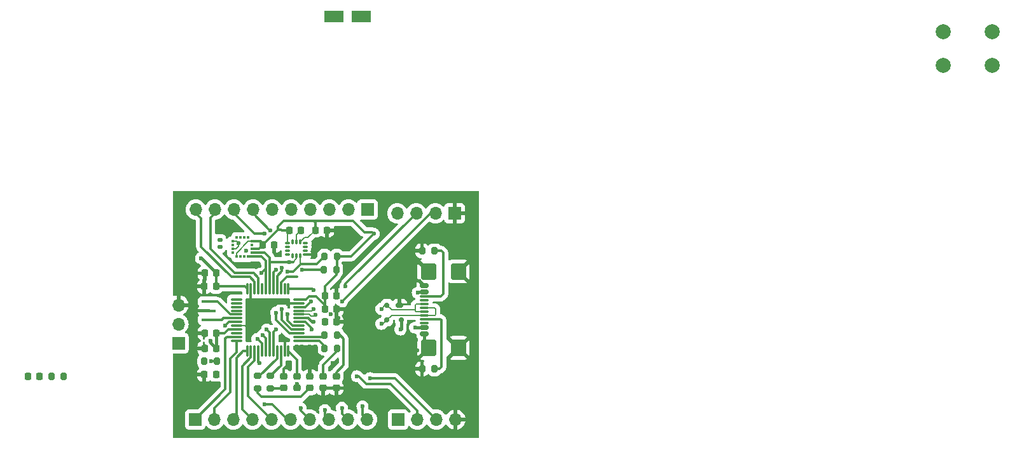
<source format=gbr>
%TF.GenerationSoftware,KiCad,Pcbnew,8.0.5-8.0.5-0~ubuntu24.04.1*%
%TF.CreationDate,2025-02-20T13:25:02+01:00*%
%TF.ProjectId,dev_board_M0,6465765f-626f-4617-9264-5f4d302e6b69,rev?*%
%TF.SameCoordinates,Original*%
%TF.FileFunction,Copper,L1,Top*%
%TF.FilePolarity,Positive*%
%FSLAX46Y46*%
G04 Gerber Fmt 4.6, Leading zero omitted, Abs format (unit mm)*
G04 Created by KiCad (PCBNEW 8.0.5-8.0.5-0~ubuntu24.04.1) date 2025-02-20 13:25:02*
%MOMM*%
%LPD*%
G01*
G04 APERTURE LIST*
G04 Aperture macros list*
%AMRoundRect*
0 Rectangle with rounded corners*
0 $1 Rounding radius*
0 $2 $3 $4 $5 $6 $7 $8 $9 X,Y pos of 4 corners*
0 Add a 4 corners polygon primitive as box body*
4,1,4,$2,$3,$4,$5,$6,$7,$8,$9,$2,$3,0*
0 Add four circle primitives for the rounded corners*
1,1,$1+$1,$2,$3*
1,1,$1+$1,$4,$5*
1,1,$1+$1,$6,$7*
1,1,$1+$1,$8,$9*
0 Add four rect primitives between the rounded corners*
20,1,$1+$1,$2,$3,$4,$5,0*
20,1,$1+$1,$4,$5,$6,$7,0*
20,1,$1+$1,$6,$7,$8,$9,0*
20,1,$1+$1,$8,$9,$2,$3,0*%
G04 Aperture macros list end*
%TA.AperFunction,Conductor*%
%ADD10C,0.200000*%
%TD*%
%TA.AperFunction,SMDPad,CuDef*%
%ADD11RoundRect,0.218750X-0.218750X-0.256250X0.218750X-0.256250X0.218750X0.256250X-0.218750X0.256250X0*%
%TD*%
%TA.AperFunction,SMDPad,CuDef*%
%ADD12RoundRect,0.200000X-0.200000X-0.275000X0.200000X-0.275000X0.200000X0.275000X-0.200000X0.275000X0*%
%TD*%
%TA.AperFunction,SMDPad,CuDef*%
%ADD13RoundRect,0.225000X-0.225000X-0.250000X0.225000X-0.250000X0.225000X0.250000X-0.225000X0.250000X0*%
%TD*%
%TA.AperFunction,SMDPad,CuDef*%
%ADD14RoundRect,0.250000X-1.050000X-0.550000X1.050000X-0.550000X1.050000X0.550000X-1.050000X0.550000X0*%
%TD*%
%TA.AperFunction,SMDPad,CuDef*%
%ADD15RoundRect,0.225000X0.225000X0.250000X-0.225000X0.250000X-0.225000X-0.250000X0.225000X-0.250000X0*%
%TD*%
%TA.AperFunction,SMDPad,CuDef*%
%ADD16RoundRect,0.200000X-0.275000X0.200000X-0.275000X-0.200000X0.275000X-0.200000X0.275000X0.200000X0*%
%TD*%
%TA.AperFunction,SMDPad,CuDef*%
%ADD17RoundRect,0.075000X-0.662500X-0.075000X0.662500X-0.075000X0.662500X0.075000X-0.662500X0.075000X0*%
%TD*%
%TA.AperFunction,SMDPad,CuDef*%
%ADD18RoundRect,0.075000X-0.075000X-0.662500X0.075000X-0.662500X0.075000X0.662500X-0.075000X0.662500X0*%
%TD*%
%TA.AperFunction,SMDPad,CuDef*%
%ADD19RoundRect,0.087500X0.225000X0.087500X-0.225000X0.087500X-0.225000X-0.087500X0.225000X-0.087500X0*%
%TD*%
%TA.AperFunction,SMDPad,CuDef*%
%ADD20RoundRect,0.087500X0.087500X0.225000X-0.087500X0.225000X-0.087500X-0.225000X0.087500X-0.225000X0*%
%TD*%
%TA.AperFunction,SMDPad,CuDef*%
%ADD21RoundRect,0.175000X-0.325000X0.175000X-0.325000X-0.175000X0.325000X-0.175000X0.325000X0.175000X0*%
%TD*%
%TA.AperFunction,SMDPad,CuDef*%
%ADD22RoundRect,0.150000X-0.150000X0.200000X-0.150000X-0.200000X0.150000X-0.200000X0.150000X0.200000X0*%
%TD*%
%TA.AperFunction,SMDPad,CuDef*%
%ADD23RoundRect,0.250000X0.750000X-0.840000X0.750000X0.840000X-0.750000X0.840000X-0.750000X-0.840000X0*%
%TD*%
%TA.AperFunction,SMDPad,CuDef*%
%ADD24RoundRect,0.150000X0.425000X-0.150000X0.425000X0.150000X-0.425000X0.150000X-0.425000X-0.150000X0*%
%TD*%
%TA.AperFunction,SMDPad,CuDef*%
%ADD25RoundRect,0.075000X0.500000X-0.075000X0.500000X0.075000X-0.500000X0.075000X-0.500000X-0.075000X0*%
%TD*%
%TA.AperFunction,SMDPad,CuDef*%
%ADD26RoundRect,0.218750X-0.256250X0.218750X-0.256250X-0.218750X0.256250X-0.218750X0.256250X0.218750X0*%
%TD*%
%TA.AperFunction,SMDPad,CuDef*%
%ADD27RoundRect,0.140000X-0.170000X0.140000X-0.170000X-0.140000X0.170000X-0.140000X0.170000X0.140000X0*%
%TD*%
%TA.AperFunction,ComponentPad*%
%ADD28R,1.700000X1.700000*%
%TD*%
%TA.AperFunction,ComponentPad*%
%ADD29O,1.700000X1.700000*%
%TD*%
%TA.AperFunction,SMDPad,CuDef*%
%ADD30R,0.450000X0.300000*%
%TD*%
%TA.AperFunction,SMDPad,CuDef*%
%ADD31R,0.300000X0.450000*%
%TD*%
%TA.AperFunction,SMDPad,CuDef*%
%ADD32RoundRect,0.225000X-0.250000X0.225000X-0.250000X-0.225000X0.250000X-0.225000X0.250000X0.225000X0*%
%TD*%
%TA.AperFunction,SMDPad,CuDef*%
%ADD33RoundRect,0.218750X0.256250X-0.218750X0.256250X0.218750X-0.256250X0.218750X-0.256250X-0.218750X0*%
%TD*%
%TA.AperFunction,SMDPad,CuDef*%
%ADD34R,1.900000X0.400000*%
%TD*%
%TA.AperFunction,SMDPad,CuDef*%
%ADD35RoundRect,0.200000X0.200000X0.275000X-0.200000X0.275000X-0.200000X-0.275000X0.200000X-0.275000X0*%
%TD*%
%TA.AperFunction,ComponentPad*%
%ADD36C,2.000000*%
%TD*%
%TA.AperFunction,ViaPad*%
%ADD37C,0.600000*%
%TD*%
%TA.AperFunction,Conductor*%
%ADD38C,0.400000*%
%TD*%
%TA.AperFunction,Conductor*%
%ADD39C,0.300000*%
%TD*%
G04 APERTURE END LIST*
D10*
%TO.N,GND*%
X115250000Y-79500000D02*
X117000000Y-79500000D01*
%TD*%
D11*
%TO.P,D5,1,K*%
%TO.N,GND*%
X87425000Y-86250000D03*
%TO.P,D5,2,A*%
%TO.N,Net-(D5-A)*%
X89000000Y-86250000D03*
%TD*%
D12*
%TO.P,R1,1*%
%TO.N,Net-(D5-A)*%
X90562500Y-86250000D03*
%TO.P,R1,2*%
%TO.N,+3.3V*%
X92212500Y-86250000D03*
%TD*%
%TO.P,R7,1*%
%TO.N,Net-(U2-PB12)*%
X126950000Y-82500000D03*
%TO.P,R7,2*%
%TO.N,Net-(D2-A)*%
X128600000Y-82500000D03*
%TD*%
D13*
%TO.P,C20,1*%
%TO.N,+3.3V*%
X127000000Y-75500000D03*
%TO.P,C20,2*%
%TO.N,GND*%
X128550000Y-75500000D03*
%TD*%
%TO.P,C4,1*%
%TO.N,+3.3V*%
X125725000Y-66750000D03*
%TO.P,C4,2*%
%TO.N,GND*%
X127275000Y-66750000D03*
%TD*%
D14*
%TO.P,C2,1*%
%TO.N,Net-(U3-C1)*%
X128200000Y-38250000D03*
%TO.P,C2,2*%
%TO.N,GND*%
X131800000Y-38250000D03*
%TD*%
D12*
%TO.P,R14,1*%
%TO.N,GND*%
X139920000Y-69500000D03*
%TO.P,R14,2*%
%TO.N,Net-(J1-CC2)*%
X141570000Y-69500000D03*
%TD*%
D15*
%TO.P,C18,1*%
%TO.N,+3.3V*%
X112525000Y-82500000D03*
%TO.P,C18,2*%
%TO.N,GND*%
X110975000Y-82500000D03*
%TD*%
D12*
%TO.P,R8,1*%
%TO.N,Net-(U2-PB13)*%
X126950000Y-80750000D03*
%TO.P,R8,2*%
%TO.N,Net-(D1-A)*%
X128600000Y-80750000D03*
%TD*%
D16*
%TO.P,R5,1*%
%TO.N,Net-(U2-PB10)*%
X118000000Y-86212500D03*
%TO.P,R5,2*%
%TO.N,Net-(D4-A)*%
X118000000Y-87862500D03*
%TD*%
D12*
%TO.P,R13,1*%
%TO.N,GND*%
X139920000Y-85250000D03*
%TO.P,R13,2*%
%TO.N,Net-(J1-CC1)*%
X141570000Y-85250000D03*
%TD*%
D15*
%TO.P,C21,1*%
%TO.N,/NRST*%
X112500000Y-86000000D03*
%TO.P,C21,2*%
%TO.N,GND*%
X110950000Y-86000000D03*
%TD*%
D17*
%TO.P,U2,1,VBAT*%
%TO.N,unconnected-(U2-VBAT-Pad1)*%
X115225000Y-76000000D03*
%TO.P,U2,2,PC13*%
%TO.N,unconnected-(U2-PC13-Pad2)*%
X115225000Y-76500000D03*
%TO.P,U2,3,PC14*%
%TO.N,unconnected-(U2-PC14-Pad3)*%
X115225000Y-77000000D03*
%TO.P,U2,4,PC15*%
%TO.N,unconnected-(U2-PC15-Pad4)*%
X115225000Y-77500000D03*
%TO.P,U2,5,PF0*%
%TO.N,Net-(U2-PF0)*%
X115225000Y-78000000D03*
%TO.P,U2,6,PF1*%
%TO.N,Net-(U2-PF1)*%
X115225000Y-78500000D03*
%TO.P,U2,7,NRST*%
%TO.N,/NRST*%
X115225000Y-79000000D03*
%TO.P,U2,8,VSSA*%
%TO.N,GND*%
X115225000Y-79500000D03*
%TO.P,U2,9,VDDA*%
%TO.N,+3.3V*%
X115225000Y-80000000D03*
%TO.P,U2,10,PA0*%
%TO.N,unconnected-(U2-PA0-Pad10)*%
X115225000Y-80500000D03*
%TO.P,U2,11,PA1*%
%TO.N,/PA1*%
X115225000Y-81000000D03*
%TO.P,U2,12,PA2*%
%TO.N,/PA2*%
X115225000Y-81500000D03*
D18*
%TO.P,U2,13,PA3*%
%TO.N,/PA3*%
X116637500Y-82912500D03*
%TO.P,U2,14,PA4*%
%TO.N,/PA4*%
X117137500Y-82912500D03*
%TO.P,U2,15,PA5*%
%TO.N,/PA5*%
X117637500Y-82912500D03*
%TO.P,U2,16,PA6*%
%TO.N,/PA6*%
X118137500Y-82912500D03*
%TO.P,U2,17,PA7*%
%TO.N,/PA7*%
X118637500Y-82912500D03*
%TO.P,U2,18,PB0*%
%TO.N,/PB0*%
X119137500Y-82912500D03*
%TO.P,U2,19,PB1*%
%TO.N,/PB1*%
X119637500Y-82912500D03*
%TO.P,U2,20,PB2*%
%TO.N,/PB2*%
X120137500Y-82912500D03*
%TO.P,U2,21,PB10*%
%TO.N,Net-(U2-PB10)*%
X120637500Y-82912500D03*
%TO.P,U2,22,PB11*%
%TO.N,Net-(U2-PB11)*%
X121137500Y-82912500D03*
%TO.P,U2,23,VSS*%
%TO.N,GND*%
X121637500Y-82912500D03*
%TO.P,U2,24,VDD*%
%TO.N,+3.3V*%
X122137500Y-82912500D03*
D17*
%TO.P,U2,25,PB12*%
%TO.N,Net-(U2-PB12)*%
X123550000Y-81500000D03*
%TO.P,U2,26,PB13*%
%TO.N,Net-(U2-PB13)*%
X123550000Y-81000000D03*
%TO.P,U2,27,PB14*%
%TO.N,/PB14*%
X123550000Y-80500000D03*
%TO.P,U2,28,PB15*%
%TO.N,/PB15*%
X123550000Y-80000000D03*
%TO.P,U2,29,PA8*%
%TO.N,/PA8*%
X123550000Y-79500000D03*
%TO.P,U2,30,PA9*%
%TO.N,/USART1_TX*%
X123550000Y-79000000D03*
%TO.P,U2,31,PA10*%
%TO.N,/USART1_RX*%
X123550000Y-78500000D03*
%TO.P,U2,32,PA11*%
%TO.N,/PA11*%
X123550000Y-78000000D03*
%TO.P,U2,33,PA12*%
%TO.N,/PA12*%
X123550000Y-77500000D03*
%TO.P,U2,34,PA13*%
%TO.N,/SWDIO*%
X123550000Y-77000000D03*
%TO.P,U2,35,VSS*%
%TO.N,GND*%
X123550000Y-76500000D03*
%TO.P,U2,36,VDDIO2*%
%TO.N,+3.3V*%
X123550000Y-76000000D03*
D18*
%TO.P,U2,37,PA14*%
%TO.N,/SWLCK*%
X122137500Y-74587500D03*
%TO.P,U2,38,PA15*%
%TO.N,/PA15*%
X121637500Y-74587500D03*
%TO.P,U2,39,PB3*%
%TO.N,/PB3*%
X121137500Y-74587500D03*
%TO.P,U2,40,PB4*%
%TO.N,/PB4*%
X120637500Y-74587500D03*
%TO.P,U2,41,PB5*%
%TO.N,/PB5*%
X120137500Y-74587500D03*
%TO.P,U2,42,PB6*%
%TO.N,/SCL*%
X119637500Y-74587500D03*
%TO.P,U2,43,PB7*%
%TO.N,/SDA*%
X119137500Y-74587500D03*
%TO.P,U2,44,BOOT0*%
%TO.N,Net-(J6-Pin_2)*%
X118637500Y-74587500D03*
%TO.P,U2,45,PB8*%
%TO.N,/PB8*%
X118137500Y-74587500D03*
%TO.P,U2,46,PB9*%
%TO.N,/PB9*%
X117637500Y-74587500D03*
%TO.P,U2,47,VSS*%
%TO.N,GND*%
X117137500Y-74587500D03*
%TO.P,U2,48,VDD*%
%TO.N,+3.3V*%
X116637500Y-74587500D03*
%TD*%
D15*
%TO.P,C15,1*%
%TO.N,+3.3V*%
X112500000Y-74250000D03*
%TO.P,C15,2*%
%TO.N,GND*%
X110950000Y-74250000D03*
%TD*%
D19*
%TO.P,U1,1,SDO/SA0*%
%TO.N,GND*%
X124375000Y-70000000D03*
%TO.P,U1,2,SDX*%
X124375000Y-69500000D03*
%TO.P,U1,3,SCX*%
%TO.N,unconnected-(U1-SCX-Pad3)*%
X124375000Y-69000000D03*
%TO.P,U1,4,INT1*%
%TO.N,unconnected-(U1-INT1-Pad4)*%
X124375000Y-68500000D03*
D20*
%TO.P,U1,5,VDDIO*%
%TO.N,+3.3V*%
X123712500Y-68337500D03*
%TO.P,U1,6,GND*%
%TO.N,GND*%
X123212500Y-68337500D03*
%TO.P,U1,7,GND*%
X122712500Y-68337500D03*
D19*
%TO.P,U1,8,VDD*%
%TO.N,+3.3V*%
X122050000Y-68500000D03*
%TO.P,U1,9,INT2*%
%TO.N,unconnected-(U1-INT2-Pad9)*%
X122050000Y-69000000D03*
%TO.P,U1,10,NC*%
%TO.N,unconnected-(U1-NC-Pad10)*%
X122050000Y-69500000D03*
%TO.P,U1,11,NC*%
%TO.N,unconnected-(U1-NC-Pad11)*%
X122050000Y-70000000D03*
D20*
%TO.P,U1,12,CS*%
%TO.N,unconnected-(U1-CS-Pad12)*%
X122712500Y-70162500D03*
%TO.P,U1,13,SCL*%
%TO.N,/SCL*%
X123212500Y-70162500D03*
%TO.P,U1,14,SDA*%
%TO.N,/SDA*%
X123712500Y-70162500D03*
%TD*%
D21*
%TO.P,D6,1,GND*%
%TO.N,GND*%
X136945000Y-76750000D03*
D22*
%TO.P,D6,2,I/O1*%
%TO.N,/PA12*%
X135245000Y-76750000D03*
%TO.P,D6,3,I/O2*%
%TO.N,/PA11*%
X135245000Y-78750000D03*
%TO.P,D6,4,VCC*%
%TO.N,+5V*%
X137145000Y-78750000D03*
%TD*%
D23*
%TO.P,J1,S1,SHIELD*%
%TO.N,GND*%
X144750000Y-72250000D03*
X140820000Y-72250000D03*
X144750000Y-82470000D03*
X140820000Y-82470000D03*
D24*
%TO.P,J1,B12,GND*%
X140245000Y-80560000D03*
%TO.P,J1,B9,VBUS*%
%TO.N,+5V*%
X140245000Y-79760000D03*
D25*
%TO.P,J1,B8,SBU2*%
%TO.N,unconnected-(J1-SBU2-PadB8)*%
X140245000Y-79110000D03*
%TO.P,J1,B7,D-*%
%TO.N,/PA11*%
X140245000Y-78110000D03*
%TO.P,J1,B6,D+*%
%TO.N,/PA12*%
X140245000Y-76610000D03*
%TO.P,J1,B5,CC2*%
%TO.N,Net-(J1-CC2)*%
X140245000Y-75610000D03*
D24*
%TO.P,J1,B4,VBUS*%
%TO.N,+5V*%
X140245000Y-74960000D03*
%TO.P,J1,B1,GND*%
%TO.N,GND*%
X140245000Y-74160000D03*
%TO.P,J1,A12,GND*%
X140245000Y-74160000D03*
%TO.P,J1,A9,VBUS*%
%TO.N,+5V*%
X140245000Y-74960000D03*
D25*
%TO.P,J1,A8,SBU1*%
%TO.N,unconnected-(J1-SBU1-PadA8)*%
X140245000Y-76110000D03*
%TO.P,J1,A7,D-*%
%TO.N,/PA11*%
X140245000Y-77110000D03*
%TO.P,J1,A6,D+*%
%TO.N,/PA12*%
X140245000Y-77610000D03*
%TO.P,J1,A5,CC1*%
%TO.N,Net-(J1-CC1)*%
X140245000Y-78610000D03*
D24*
%TO.P,J1,A4,VBUS*%
%TO.N,+5V*%
X140245000Y-79760000D03*
%TO.P,J1,A1,GND*%
%TO.N,GND*%
X140245000Y-80560000D03*
%TD*%
D13*
%TO.P,C13,1*%
%TO.N,+3.3V*%
X126975000Y-79000000D03*
%TO.P,C13,2*%
%TO.N,GND*%
X128525000Y-79000000D03*
%TD*%
D26*
%TO.P,D3,1,K*%
%TO.N,GND*%
X121500000Y-86250000D03*
%TO.P,D3,2,A*%
%TO.N,Net-(D3-A)*%
X121500000Y-87825000D03*
%TD*%
D12*
%TO.P,R3,1*%
%TO.N,/SCL*%
X126850000Y-72000000D03*
%TO.P,R3,2*%
%TO.N,+3.3V*%
X128500000Y-72000000D03*
%TD*%
D27*
%TO.P,C1,1*%
%TO.N,Net-(U3-SETP)*%
X113000000Y-68040000D03*
%TO.P,C1,2*%
%TO.N,Net-(U3-SETC)*%
X113000000Y-69000000D03*
%TD*%
D13*
%TO.P,C3,1*%
%TO.N,+3.3V*%
X118700000Y-68750000D03*
%TO.P,C3,2*%
%TO.N,GND*%
X120250000Y-68750000D03*
%TD*%
D12*
%TO.P,R4,1*%
%TO.N,/SDA*%
X126925000Y-70250000D03*
%TO.P,R4,2*%
%TO.N,+3.3V*%
X128575000Y-70250000D03*
%TD*%
D28*
%TO.P,J6,1,Pin_1*%
%TO.N,+3.3V*%
X107500000Y-81830000D03*
D29*
%TO.P,J6,2,Pin_2*%
%TO.N,Net-(J6-Pin_2)*%
X107500000Y-79290000D03*
%TO.P,J6,3,Pin_3*%
%TO.N,GND*%
X107500000Y-76750000D03*
%TD*%
D15*
%TO.P,C17,1*%
%TO.N,+3.3V*%
X112550000Y-80500000D03*
%TO.P,C17,2*%
%TO.N,GND*%
X111000000Y-80500000D03*
%TD*%
D30*
%TO.P,U3,1,SCL*%
%TO.N,/SCL*%
X117250000Y-69750000D03*
%TO.P,U3,2,VDD*%
%TO.N,+3.3V*%
X117250000Y-69250000D03*
%TO.P,U3,3,NC@1*%
%TO.N,unconnected-(U3-NC@1-Pad3)*%
X117250000Y-68750000D03*
%TO.P,U3,4,S1*%
%TO.N,+3.3V*%
X117250000Y-68250000D03*
D31*
%TO.P,U3,5,NC@2*%
%TO.N,unconnected-(U3-NC@2-Pad5)*%
X116725000Y-67725000D03*
%TO.P,U3,6,NC@3*%
%TO.N,unconnected-(U3-NC@3-Pad6)*%
X116225000Y-67725000D03*
%TO.P,U3,7,NC@4*%
%TO.N,unconnected-(U3-NC@4-Pad7)*%
X115725000Y-67725000D03*
%TO.P,U3,8,SETP*%
%TO.N,Net-(U3-SETP)*%
X115225000Y-67725000D03*
D30*
%TO.P,U3,9,GND@1*%
%TO.N,GND*%
X114700000Y-68250000D03*
%TO.P,U3,10,C1*%
%TO.N,Net-(U3-C1)*%
X114700000Y-68750000D03*
%TO.P,U3,11,GND@2*%
%TO.N,GND*%
X114700000Y-69250000D03*
%TO.P,U3,12,SETC*%
%TO.N,Net-(U3-SETC)*%
X114700000Y-69750000D03*
D31*
%TO.P,U3,13,VDDIO*%
%TO.N,+3.3V*%
X115225000Y-70275000D03*
%TO.P,U3,14,NC@5*%
%TO.N,unconnected-(U3-NC@5-Pad14)*%
X115725000Y-70275000D03*
%TO.P,U3,15,DRDY*%
%TO.N,unconnected-(U3-DRDY-Pad15)*%
X116225000Y-70275000D03*
%TO.P,U3,16,SDA*%
%TO.N,/SDA*%
X116725000Y-70275000D03*
%TD*%
D32*
%TO.P,C14,1*%
%TO.N,+3.3V*%
X123250000Y-86225000D03*
%TO.P,C14,2*%
%TO.N,GND*%
X123250000Y-87775000D03*
%TD*%
D13*
%TO.P,C19,1*%
%TO.N,+3.3V*%
X127000000Y-77250000D03*
%TO.P,C19,2*%
%TO.N,GND*%
X128550000Y-77250000D03*
%TD*%
D15*
%TO.P,C16,1*%
%TO.N,+3.3V*%
X112550000Y-72500000D03*
%TO.P,C16,2*%
%TO.N,GND*%
X111000000Y-72500000D03*
%TD*%
D16*
%TO.P,R6,1*%
%TO.N,Net-(U2-PB11)*%
X119750000Y-86212500D03*
%TO.P,R6,2*%
%TO.N,Net-(D3-A)*%
X119750000Y-87862500D03*
%TD*%
D33*
%TO.P,D2,1,K*%
%TO.N,GND*%
X126750000Y-87825000D03*
%TO.P,D2,2,A*%
%TO.N,Net-(D2-A)*%
X126750000Y-86250000D03*
%TD*%
D34*
%TO.P,Y2,1,1*%
%TO.N,Net-(U2-PF0)*%
X111550000Y-76300000D03*
%TO.P,Y2,2,2*%
%TO.N,GND*%
X111550000Y-77500000D03*
%TO.P,Y2,3,3*%
%TO.N,Net-(U2-PF1)*%
X111550000Y-78700000D03*
%TD*%
D33*
%TO.P,D1,1,K*%
%TO.N,GND*%
X128500000Y-87825000D03*
%TO.P,D1,2,A*%
%TO.N,Net-(D1-A)*%
X128500000Y-86250000D03*
%TD*%
D13*
%TO.P,C5,1*%
%TO.N,+3.3V*%
X122225000Y-66750000D03*
%TO.P,C5,2*%
%TO.N,GND*%
X123775000Y-66750000D03*
%TD*%
D35*
%TO.P,R2,1*%
%TO.N,/NRST*%
X112575000Y-84250000D03*
%TO.P,R2,2*%
%TO.N,+3.3V*%
X110925000Y-84250000D03*
%TD*%
D26*
%TO.P,D4,1,K*%
%TO.N,GND*%
X125000000Y-86250000D03*
%TO.P,D4,2,A*%
%TO.N,Net-(D4-A)*%
X125000000Y-87825000D03*
%TD*%
D36*
%TO.P,SW1,1,1*%
%TO.N,/NRST*%
X209310000Y-40250000D03*
X215810000Y-40250000D03*
%TO.P,SW1,2,2*%
%TO.N,GND*%
X209310000Y-44750000D03*
X215810000Y-44750000D03*
%TD*%
D28*
%TO.P,J5,1,Pin_1*%
%TO.N,+3.3V*%
X136750000Y-92000000D03*
D29*
%TO.P,J5,2,Pin_2*%
%TO.N,/USART1_TX*%
X139290000Y-92000000D03*
%TO.P,J5,3,Pin_3*%
%TO.N,/USART1_RX*%
X141830000Y-92000000D03*
%TO.P,J5,4,Pin_4*%
%TO.N,GND*%
X144370000Y-92000000D03*
%TD*%
D28*
%TO.P,J3,1,Pin_1*%
%TO.N,/PA1*%
X109720000Y-92000000D03*
D29*
%TO.P,J3,2,Pin_2*%
%TO.N,/PA2*%
X112260000Y-92000000D03*
%TO.P,J3,3,Pin_3*%
%TO.N,/PA3*%
X114800000Y-92000000D03*
%TO.P,J3,4,Pin_4*%
%TO.N,/PA4*%
X117340000Y-92000000D03*
%TO.P,J3,5,Pin_5*%
%TO.N,/PA5*%
X119880000Y-92000000D03*
%TO.P,J3,6,Pin_6*%
%TO.N,/PA6*%
X122420000Y-92000000D03*
%TO.P,J3,7,Pin_7*%
%TO.N,/PA7*%
X124960000Y-92000000D03*
%TO.P,J3,8,Pin_8*%
%TO.N,/PB0*%
X127500000Y-92000000D03*
%TO.P,J3,9,Pin_9*%
%TO.N,/PB1*%
X130040000Y-92000000D03*
%TO.P,J3,10,Pin_10*%
%TO.N,/PB2*%
X132580000Y-92000000D03*
%TD*%
%TO.P,J4,10,Pin_10*%
%TO.N,/PB9*%
X109800000Y-64000000D03*
%TO.P,J4,9,Pin_9*%
%TO.N,/PB8*%
X112340000Y-64000000D03*
%TO.P,J4,8,Pin_8*%
%TO.N,/PB5*%
X114880000Y-64000000D03*
%TO.P,J4,7,Pin_7*%
%TO.N,/PB4*%
X117420000Y-64000000D03*
%TO.P,J4,6,Pin_6*%
%TO.N,/PB3*%
X119960000Y-64000000D03*
%TO.P,J4,5,Pin_5*%
%TO.N,/PB14*%
X122500000Y-64000000D03*
%TO.P,J4,4,Pin_4*%
%TO.N,/PB15*%
X125040000Y-64000000D03*
%TO.P,J4,3,Pin_3*%
%TO.N,/PA8*%
X127580000Y-64000000D03*
%TO.P,J4,2,Pin_2*%
%TO.N,unconnected-(J4-Pin_2-Pad2)*%
X130120000Y-64000000D03*
D28*
%TO.P,J4,1,Pin_1*%
%TO.N,unconnected-(J4-Pin_1-Pad1)*%
X132660000Y-64000000D03*
%TD*%
%TO.P,J2,1,Pin_1*%
%TO.N,GND*%
X144250000Y-64500000D03*
D29*
%TO.P,J2,2,Pin_2*%
%TO.N,/SWDIO*%
X141710000Y-64500000D03*
%TO.P,J2,3,Pin_3*%
%TO.N,/SWLCK*%
X139170000Y-64500000D03*
%TO.P,J2,4,Pin_4*%
%TO.N,+3.3V*%
X136630000Y-64500000D03*
%TD*%
D37*
%TO.N,GND*%
X139250000Y-82750000D03*
X139250000Y-83750000D03*
X115500000Y-68500000D03*
X116500000Y-69500000D03*
X115750000Y-66750000D03*
X114750000Y-66750000D03*
X118250000Y-71500000D03*
X117500000Y-71500000D03*
X116500000Y-71500000D03*
X115500000Y-71500000D03*
%TO.N,+3.3V*%
X133500000Y-67250000D03*
%TO.N,GND*%
X127750000Y-78000000D03*
X124000000Y-83250000D03*
X124000000Y-82250000D03*
X123250000Y-82250000D03*
X128750000Y-78500000D03*
X125000000Y-82250000D03*
X125000000Y-83250000D03*
X125750000Y-83250000D03*
X125750000Y-82250000D03*
X126000000Y-84500000D03*
X128000000Y-84500000D03*
X130500000Y-83000000D03*
X130500000Y-81500000D03*
X125000000Y-84750000D03*
X123250000Y-87250000D03*
X122000000Y-84750000D03*
X118250000Y-79750000D03*
X118250000Y-79000000D03*
X119000000Y-77500000D03*
X118250000Y-77500000D03*
X119000000Y-78250000D03*
X118250000Y-78250000D03*
X117500000Y-78250000D03*
X117500000Y-77500000D03*
X121750000Y-81250000D03*
X117500000Y-76500000D03*
X119750000Y-76500000D03*
X117000000Y-79500000D03*
%TO.N,+3.3V*%
X123250000Y-86225000D03*
X111753154Y-81502936D03*
X110500000Y-70500000D03*
%TO.N,+5V*%
X137050000Y-80000000D03*
X139359746Y-75106336D03*
X139000000Y-79750000D03*
%TO.N,/PA12*%
X134500000Y-77250000D03*
%TO.N,/PA11*%
X134500000Y-79250000D03*
%TO.N,/USART1_RX*%
X133000000Y-86500000D03*
%TO.N,/USART1_TX*%
X131250000Y-86250000D03*
%TO.N,/USART1_RX*%
X125500000Y-79000000D03*
%TO.N,/USART1_TX*%
X125250000Y-80000000D03*
%TO.N,/SWDIO*%
X125140620Y-76250000D03*
X129265770Y-76265770D03*
%TO.N,/SWLCK*%
X129750000Y-74250000D03*
X125459620Y-74709620D03*
%TO.N,/PB14*%
X120500000Y-77750000D03*
%TO.N,/PB15*%
X121250000Y-77250000D03*
%TO.N,/PA8*%
X122000000Y-78000000D03*
%TO.N,/PB4*%
X121258949Y-71747017D03*
X119750000Y-66750000D03*
%TO.N,/PB5*%
X119000000Y-67250000D03*
X120500000Y-72000000D03*
%TO.N,/SCL*%
X122250000Y-71000000D03*
X124000000Y-72000000D03*
%TO.N,/SDA*%
X118500000Y-72500000D03*
X122000000Y-72250000D03*
%TO.N,/NRST*%
X113750000Y-79500000D03*
X111825000Y-84250000D03*
%TO.N,/PA6*%
X118250000Y-84500000D03*
X119000000Y-90000000D03*
%TO.N,/PA7*%
X118000000Y-81250000D03*
X123750000Y-90500000D03*
%TO.N,/PB0*%
X118750000Y-80750000D03*
X127000000Y-90750000D03*
%TO.N,/PB2*%
X120500000Y-80000000D03*
X132000000Y-90250000D03*
%TO.N,/PB1*%
X129252291Y-90458075D03*
X119250000Y-80000000D03*
%TO.N,/PA11*%
X125752983Y-78008949D03*
%TO.N,/PA12*%
X125500000Y-77250000D03*
%TD*%
D38*
%TO.N,GND*%
X140245000Y-80560000D02*
X140245000Y-81895000D01*
X140245000Y-81895000D02*
X140820000Y-82470000D01*
D39*
%TO.N,/PB8*%
X118137500Y-74587500D02*
X118137500Y-73137500D01*
X118137500Y-73137500D02*
X117500000Y-72500000D01*
X111750000Y-65090000D02*
X112340000Y-64500000D01*
X117500000Y-72500000D02*
X115000000Y-72500000D01*
X115000000Y-72500000D02*
X111750000Y-69250000D01*
X111750000Y-69250000D02*
X111750000Y-65090000D01*
D10*
%TO.N,GND*%
X114700000Y-69250000D02*
X115175000Y-69250000D01*
X115175000Y-69250000D02*
X115500000Y-68925000D01*
X115500000Y-68925000D02*
X115500000Y-68500000D01*
X114700000Y-68250000D02*
X115250000Y-68250000D01*
X115250000Y-68250000D02*
X115500000Y-68500000D01*
D39*
%TO.N,+3.3V*%
X117250000Y-69250000D02*
X118200000Y-69250000D01*
X118200000Y-69250000D02*
X118700000Y-68750000D01*
X120750000Y-66700000D02*
X121200000Y-66700000D01*
X121200000Y-66700000D02*
X121250000Y-66750000D01*
X121250000Y-66750000D02*
X122225000Y-66750000D01*
X125500000Y-65500000D02*
X121500000Y-65500000D01*
X130750000Y-65500000D02*
X125500000Y-65500000D01*
X125500000Y-65500000D02*
X125725000Y-65725000D01*
X125725000Y-65725000D02*
X125725000Y-66750000D01*
X118700000Y-68750000D02*
X120750000Y-66700000D01*
X120750000Y-66700000D02*
X120750000Y-66250000D01*
X133500000Y-67250000D02*
X133250000Y-67000000D01*
X133250000Y-67000000D02*
X132250000Y-67000000D01*
X132250000Y-67000000D02*
X130750000Y-65500000D01*
X121500000Y-65500000D02*
X120750000Y-66250000D01*
D10*
X115225000Y-70275000D02*
X115225000Y-69800000D01*
X115225000Y-69800000D02*
X116775000Y-68250000D01*
X116775000Y-68250000D02*
X117250000Y-68250000D01*
D39*
X117250000Y-68250000D02*
X118450000Y-68250000D01*
X118450000Y-68250000D02*
X118700000Y-68500000D01*
X130500000Y-70250000D02*
X133500000Y-67250000D01*
X128575000Y-70250000D02*
X130500000Y-70250000D01*
X127000000Y-75500000D02*
X127000000Y-74250000D01*
X127000000Y-74250000D02*
X128500000Y-72750000D01*
X128500000Y-72750000D02*
X128500000Y-72000000D01*
X128575000Y-70250000D02*
X128575000Y-71925000D01*
X128575000Y-71925000D02*
X128500000Y-72000000D01*
D10*
%TO.N,GND*%
X123212500Y-68337500D02*
X123212500Y-67337500D01*
X123212500Y-67337500D02*
X123800000Y-66750000D01*
%TO.N,+3.3V*%
X123712500Y-68337500D02*
X123712500Y-68299568D01*
X123712500Y-68299568D02*
X124262068Y-67750000D01*
X124262068Y-67750000D02*
X124725000Y-67750000D01*
X124725000Y-67750000D02*
X125725000Y-66750000D01*
X122050000Y-68500000D02*
X122050000Y-66950000D01*
X122050000Y-66950000D02*
X122250000Y-66750000D01*
D39*
%TO.N,GND*%
X125000000Y-86250000D02*
X125000000Y-84750000D01*
X121500000Y-85250000D02*
X122000000Y-84750000D01*
X121500000Y-86250000D02*
X121500000Y-85250000D01*
X117137500Y-76137500D02*
X117500000Y-76500000D01*
X117137500Y-74587500D02*
X117137500Y-76137500D01*
X123550000Y-76500000D02*
X119750000Y-76500000D01*
X121637500Y-82912500D02*
X121637500Y-81362500D01*
X121750000Y-81250000D02*
X121637500Y-81362500D01*
%TO.N,+3.3V*%
X115225000Y-80000000D02*
X114169239Y-80000000D01*
X114169239Y-80000000D02*
X113669239Y-80500000D01*
X113669239Y-80500000D02*
X112550000Y-80500000D01*
D38*
X112500000Y-82500000D02*
X112500000Y-80800000D01*
X112500000Y-80800000D02*
X112550000Y-80750000D01*
X111753154Y-81753154D02*
X112500000Y-82500000D01*
X111753154Y-81502936D02*
X111753154Y-81753154D01*
D39*
X112500000Y-74250000D02*
X112500000Y-72550000D01*
X112500000Y-72550000D02*
X112550000Y-72500000D01*
D38*
X110500000Y-70500000D02*
X110550000Y-70500000D01*
X110550000Y-70500000D02*
X112550000Y-72500000D01*
D39*
X112500000Y-74250000D02*
X116300000Y-74250000D01*
X116300000Y-74250000D02*
X116637500Y-74587500D01*
X123250000Y-86225000D02*
X123250000Y-84025000D01*
X123250000Y-84025000D02*
X122137500Y-82912500D01*
X127000000Y-75500000D02*
X127000000Y-77250000D01*
X127000000Y-77250000D02*
X127000000Y-76775000D01*
X127000000Y-76775000D02*
X125825000Y-75600000D01*
X125825000Y-75600000D02*
X124871381Y-75600000D01*
X124871381Y-75600000D02*
X124471381Y-76000000D01*
X124471381Y-76000000D02*
X123550000Y-76000000D01*
%TO.N,/SWDIO*%
X125140620Y-76250000D02*
X124390620Y-77000000D01*
X124390620Y-77000000D02*
X123550000Y-77000000D01*
D38*
%TO.N,+5V*%
X137145000Y-78750000D02*
X137145000Y-79905000D01*
X137145000Y-79905000D02*
X137050000Y-80000000D01*
X139359746Y-75106336D02*
X139506082Y-74960000D01*
X139506082Y-74960000D02*
X140245000Y-74960000D01*
X139000000Y-79750000D02*
X140235000Y-79750000D01*
X140235000Y-79750000D02*
X140245000Y-79760000D01*
D39*
%TO.N,Net-(J1-CC1)*%
X140245000Y-78610000D02*
X142360000Y-78610000D01*
X142360000Y-78610000D02*
X142500000Y-78750000D01*
X142500000Y-78750000D02*
X142500000Y-85000000D01*
X142500000Y-85000000D02*
X142250000Y-85250000D01*
X142250000Y-85250000D02*
X141570000Y-85250000D01*
%TO.N,Net-(J1-CC2)*%
X140245000Y-75610000D02*
X142390000Y-75610000D01*
X142390000Y-75610000D02*
X142750000Y-75250000D01*
X142750000Y-75250000D02*
X142750000Y-69750000D01*
X142750000Y-69750000D02*
X142500000Y-69500000D01*
X142500000Y-69500000D02*
X141570000Y-69500000D01*
D10*
%TO.N,/PA12*%
X135245000Y-76750000D02*
X135000000Y-76750000D01*
X135000000Y-76750000D02*
X134500000Y-77250000D01*
%TO.N,/PA11*%
X134745000Y-79250000D02*
X135245000Y-78750000D01*
X134500000Y-79250000D02*
X134745000Y-79250000D01*
D39*
%TO.N,/USART1_TX*%
X131250000Y-86250000D02*
X131500000Y-86250000D01*
X131500000Y-86250000D02*
X132500000Y-87250000D01*
X132500000Y-87250000D02*
X135750000Y-87250000D01*
X135750000Y-87250000D02*
X139290000Y-90790000D01*
X139290000Y-90790000D02*
X139290000Y-92000000D01*
%TO.N,/USART1_RX*%
X133000000Y-86500000D02*
X136330000Y-86500000D01*
X136330000Y-86500000D02*
X141830000Y-92000000D01*
X125265075Y-79000000D02*
X125500000Y-79000000D01*
X124765075Y-78500000D02*
X125265075Y-79000000D01*
X123550000Y-78500000D02*
X124765075Y-78500000D01*
D10*
%TO.N,/PA11*%
X125752983Y-78008949D02*
X125511932Y-78250000D01*
X125511932Y-78250000D02*
X125151471Y-78250000D01*
X125151471Y-78250000D02*
X124901471Y-78000000D01*
X124901471Y-78000000D02*
X123550000Y-78000000D01*
%TO.N,/PA12*%
X125500000Y-77250000D02*
X125250000Y-77500000D01*
X125250000Y-77500000D02*
X123550000Y-77500000D01*
D39*
%TO.N,/USART1_TX*%
X125250000Y-79859380D02*
X125250000Y-80000000D01*
X124390620Y-79000000D02*
X125250000Y-79859380D01*
X123550000Y-79000000D02*
X124390620Y-79000000D01*
%TO.N,/SWDIO*%
X141710000Y-64500000D02*
X141031540Y-64500000D01*
X141031540Y-64500000D02*
X129265770Y-76265770D01*
%TO.N,/SWLCK*%
X129750000Y-73920000D02*
X139170000Y-64500000D01*
X122137500Y-74587500D02*
X125337500Y-74587500D01*
X125337500Y-74587500D02*
X125459620Y-74709620D01*
X129750000Y-74250000D02*
X129750000Y-73920000D01*
%TO.N,/PB14*%
X123550000Y-80500000D02*
X122250000Y-80500000D01*
X122250000Y-80500000D02*
X120500000Y-78750000D01*
X120500000Y-78750000D02*
X120500000Y-77750000D01*
%TO.N,/PB15*%
X121250000Y-77250000D02*
X121250000Y-78747727D01*
X121250000Y-78747727D02*
X122502273Y-80000000D01*
X122502273Y-80000000D02*
X123550000Y-80000000D01*
%TO.N,/PA8*%
X122000000Y-78000000D02*
X122000000Y-78790620D01*
X122000000Y-78790620D02*
X122709380Y-79500000D01*
X122709380Y-79500000D02*
X123550000Y-79500000D01*
%TO.N,/PB3*%
X122500000Y-73000000D02*
X123250000Y-73000000D01*
X121137500Y-74587500D02*
X121137500Y-73746880D01*
X121137500Y-73746880D02*
X121884380Y-73000000D01*
X121884380Y-73000000D02*
X122500000Y-73000000D01*
%TO.N,/PB9*%
X109800000Y-64500000D02*
X110500000Y-65200000D01*
X110500000Y-65200000D02*
X110500000Y-68957106D01*
X110500000Y-68957106D02*
X114542894Y-73000000D01*
X114542894Y-73000000D02*
X117000000Y-73000000D01*
X117000000Y-73000000D02*
X117637500Y-73637500D01*
X117637500Y-73637500D02*
X117637500Y-74587500D01*
%TO.N,/PB4*%
X121258949Y-71747017D02*
X121258949Y-72241051D01*
X121258949Y-72241051D02*
X120637500Y-72862500D01*
X120637500Y-72862500D02*
X120637500Y-74587500D01*
%TO.N,/SCL*%
X122250000Y-71000000D02*
X121000000Y-71000000D01*
%TO.N,/PB4*%
X119670000Y-66750000D02*
X119750000Y-66750000D01*
X117420000Y-64500000D02*
X119670000Y-66750000D01*
%TO.N,/PB5*%
X117630000Y-67250000D02*
X114880000Y-64500000D01*
X119000000Y-67250000D02*
X117630000Y-67250000D01*
X120137500Y-74587500D02*
X120137500Y-72362500D01*
X120137500Y-72362500D02*
X120500000Y-72000000D01*
%TO.N,/SDA*%
X122750000Y-72250000D02*
X123750000Y-71250000D01*
X122000000Y-72250000D02*
X122750000Y-72250000D01*
X119137500Y-71750000D02*
X119137500Y-71862500D01*
X119137500Y-71862500D02*
X118500000Y-72500000D01*
%TO.N,/SCL*%
X126850000Y-72000000D02*
X124000000Y-72000000D01*
X119637500Y-71000000D02*
X121000000Y-71000000D01*
X121000000Y-71000000D02*
X122750000Y-71000000D01*
%TO.N,/SDA*%
X126925000Y-70250000D02*
X125925000Y-71250000D01*
X125925000Y-71250000D02*
X123750000Y-71250000D01*
D10*
X123712500Y-70162500D02*
X123712500Y-71212500D01*
X123712500Y-71212500D02*
X123750000Y-71250000D01*
%TO.N,/SCL*%
X123212500Y-70162500D02*
X123212500Y-70537500D01*
X123212500Y-70537500D02*
X122750000Y-71000000D01*
D39*
%TO.N,/SDA*%
X119137500Y-74587500D02*
X119137500Y-71750000D01*
X119137500Y-71750000D02*
X119137500Y-70887500D01*
%TO.N,/SCL*%
X119637500Y-70387500D02*
X119637500Y-71000000D01*
X119637500Y-71000000D02*
X119637500Y-74587500D01*
X117250000Y-69750000D02*
X119000000Y-69750000D01*
X119000000Y-69750000D02*
X119637500Y-70387500D01*
%TO.N,/SDA*%
X119137500Y-70887500D02*
X118525000Y-70275000D01*
X118525000Y-70275000D02*
X116725000Y-70275000D01*
%TO.N,/NRST*%
X114250000Y-79000000D02*
X113750000Y-79500000D01*
X115225000Y-79000000D02*
X114250000Y-79000000D01*
X111825000Y-84250000D02*
X112575000Y-84250000D01*
%TO.N,Net-(D1-A)*%
X128500000Y-85750000D02*
X128500000Y-86250000D01*
X129500000Y-81250000D02*
X129500000Y-84750000D01*
X128600000Y-80750000D02*
X129000000Y-80750000D01*
X129500000Y-84750000D02*
X128500000Y-85750000D01*
X129000000Y-80750000D02*
X129500000Y-81250000D01*
%TO.N,Net-(D2-A)*%
X128600000Y-82500000D02*
X128600000Y-82900000D01*
X128600000Y-82900000D02*
X126750000Y-84750000D01*
X126750000Y-84750000D02*
X126750000Y-86250000D01*
%TO.N,Net-(D3-A)*%
X121462500Y-87862500D02*
X121500000Y-87825000D01*
X119750000Y-87862500D02*
X121462500Y-87862500D01*
%TO.N,Net-(D4-A)*%
X118000000Y-87862500D02*
X118000000Y-88500000D01*
X123825000Y-89000000D02*
X125000000Y-87825000D01*
X118500000Y-89000000D02*
X123825000Y-89000000D01*
X118000000Y-88500000D02*
X118500000Y-89000000D01*
%TO.N,/PA6*%
X118137500Y-82912500D02*
X118137500Y-84387500D01*
X119000000Y-90000000D02*
X120000000Y-90000000D01*
X122000000Y-92000000D02*
X122420000Y-92000000D01*
X120000000Y-90000000D02*
X122000000Y-92000000D01*
X118137500Y-84387500D02*
X118250000Y-84500000D01*
%TO.N,/PA7*%
X118637500Y-82912500D02*
X118637500Y-81887500D01*
X118637500Y-81887500D02*
X118000000Y-81250000D01*
X123750000Y-90790000D02*
X124960000Y-92000000D01*
X123750000Y-90500000D02*
X123750000Y-90790000D01*
%TO.N,/PA5*%
X117637500Y-82912500D02*
X117637500Y-84112500D01*
X116750000Y-85000000D02*
X116750000Y-88870000D01*
X117637500Y-84112500D02*
X116750000Y-85000000D01*
X116750000Y-88870000D02*
X119880000Y-92000000D01*
%TO.N,/PA2*%
X115225000Y-83025000D02*
X115225000Y-81500000D01*
X114400000Y-83850000D02*
X115225000Y-83025000D01*
X114400000Y-88350000D02*
X114400000Y-83850000D01*
X112260000Y-90490000D02*
X114400000Y-88350000D01*
X112260000Y-92000000D02*
X112260000Y-90490000D01*
%TO.N,/PA4*%
X117137500Y-83753120D02*
X117137500Y-82912500D01*
X117340000Y-92000000D02*
X116000000Y-90660000D01*
X116000000Y-90660000D02*
X116000000Y-84890620D01*
X116000000Y-84890620D02*
X117137500Y-83753120D01*
%TO.N,/PA3*%
X115200000Y-91600000D02*
X115200000Y-83800000D01*
X115200000Y-83800000D02*
X116087500Y-82912500D01*
X114800000Y-92000000D02*
X115200000Y-91600000D01*
X116087500Y-82912500D02*
X116637500Y-82912500D01*
%TO.N,/PA1*%
X113971095Y-81000000D02*
X113750000Y-81221095D01*
X113750000Y-87970000D02*
X109720000Y-92000000D01*
X113750000Y-81221095D02*
X113750000Y-87970000D01*
X115225000Y-81000000D02*
X113971095Y-81000000D01*
%TO.N,/PB0*%
X119137500Y-81137500D02*
X118750000Y-80750000D01*
X119137500Y-82912500D02*
X119137500Y-81137500D01*
X127000000Y-90750000D02*
X127000000Y-91500000D01*
X127000000Y-91500000D02*
X127500000Y-92000000D01*
%TO.N,/PB2*%
X132000000Y-90250000D02*
X132000000Y-91420000D01*
X120137500Y-82912500D02*
X120137500Y-80362500D01*
X120137500Y-80362500D02*
X120500000Y-80000000D01*
X132000000Y-91420000D02*
X132580000Y-92000000D01*
%TO.N,/PB1*%
X119637500Y-80387500D02*
X119250000Y-80000000D01*
X129252291Y-90458075D02*
X129252291Y-91212291D01*
X129252291Y-91212291D02*
X130040000Y-92000000D01*
X119637500Y-82912500D02*
X119637500Y-80387500D01*
%TO.N,Net-(U2-PB10)*%
X118290620Y-86212500D02*
X118000000Y-86212500D01*
X120637500Y-83865620D02*
X118290620Y-86212500D01*
X120637500Y-82912500D02*
X120637500Y-83865620D01*
%TO.N,Net-(U2-PB11)*%
X121137500Y-84825000D02*
X121137500Y-82912500D01*
X119750000Y-86212500D02*
X121137500Y-84825000D01*
%TO.N,Net-(U2-PB12)*%
X126950000Y-82225000D02*
X126950000Y-82500000D01*
X123550000Y-81500000D02*
X126225000Y-81500000D01*
X126225000Y-81500000D02*
X126950000Y-82225000D01*
%TO.N,Net-(U2-PB13)*%
X123550000Y-81000000D02*
X126700000Y-81000000D01*
X126700000Y-81000000D02*
X126950000Y-80750000D01*
D10*
%TO.N,/PA11*%
X140235000Y-78100000D02*
X135895000Y-78100000D01*
X141605000Y-77110000D02*
X141745000Y-77250000D01*
X140245000Y-77110000D02*
X141605000Y-77110000D01*
X141745000Y-77250000D02*
X141745000Y-78000000D01*
X140245000Y-78110000D02*
X140235000Y-78100000D01*
X135895000Y-78100000D02*
X135245000Y-78750000D01*
X141635000Y-78110000D02*
X140245000Y-78110000D01*
X141745000Y-78000000D02*
X141635000Y-78110000D01*
%TO.N,/PA12*%
X138995000Y-77500000D02*
X139105000Y-77610000D01*
X138995000Y-76750000D02*
X138995000Y-77250000D01*
X138995000Y-77250000D02*
X138845000Y-77400000D01*
X135895000Y-77400000D02*
X135245000Y-76750000D01*
X139105000Y-77610000D02*
X140245000Y-77610000D01*
X140245000Y-76610000D02*
X139135000Y-76610000D01*
X139135000Y-76610000D02*
X138995000Y-76750000D01*
X138995000Y-77250000D02*
X138995000Y-77500000D01*
X138845000Y-77400000D02*
X135895000Y-77400000D01*
D39*
%TO.N,Net-(U2-PF0)*%
X112684380Y-76300000D02*
X111550000Y-76300000D01*
X114384380Y-78000000D02*
X112684380Y-76300000D01*
X115225000Y-78000000D02*
X114384380Y-78000000D01*
%TO.N,Net-(U2-PF1)*%
X111550000Y-78700000D02*
X113300000Y-78700000D01*
X113500000Y-78500000D02*
X115225000Y-78500000D01*
X113300000Y-78700000D02*
X113500000Y-78500000D01*
%TD*%
%TA.AperFunction,Conductor*%
%TO.N,GND*%
G36*
X125971231Y-82170185D02*
G01*
X125991873Y-82186819D01*
X126013181Y-82208127D01*
X126046666Y-82269450D01*
X126049500Y-82295808D01*
X126049500Y-82831613D01*
X126055913Y-82902192D01*
X126055913Y-82902194D01*
X126055914Y-82902196D01*
X126106522Y-83064606D01*
X126190022Y-83202732D01*
X126194530Y-83210188D01*
X126314811Y-83330469D01*
X126314813Y-83330470D01*
X126314815Y-83330472D01*
X126460394Y-83418478D01*
X126622804Y-83469086D01*
X126693384Y-83475500D01*
X126805192Y-83475500D01*
X126872231Y-83495185D01*
X126917986Y-83547989D01*
X126927930Y-83617147D01*
X126898905Y-83680703D01*
X126892873Y-83687181D01*
X126244727Y-84335325D01*
X126244724Y-84335328D01*
X126188465Y-84419526D01*
X126188465Y-84419528D01*
X126182009Y-84429191D01*
X126173536Y-84441871D01*
X126173533Y-84441877D01*
X126124499Y-84560255D01*
X126124497Y-84560261D01*
X126099500Y-84685928D01*
X126099500Y-85360155D01*
X126079815Y-85427194D01*
X126049139Y-85457313D01*
X126050270Y-85458743D01*
X126044609Y-85463218D01*
X125962327Y-85545500D01*
X125901003Y-85578984D01*
X125831312Y-85574000D01*
X125786965Y-85545499D01*
X125705080Y-85463614D01*
X125562077Y-85375408D01*
X125562072Y-85375406D01*
X125402583Y-85322557D01*
X125304150Y-85312500D01*
X125250000Y-85312500D01*
X125250000Y-86376000D01*
X125230315Y-86443039D01*
X125177511Y-86488794D01*
X125126000Y-86500000D01*
X124874000Y-86500000D01*
X124806961Y-86480315D01*
X124761206Y-86427511D01*
X124750000Y-86376000D01*
X124750000Y-85312500D01*
X124749999Y-85312499D01*
X124695864Y-85312500D01*
X124695847Y-85312501D01*
X124597415Y-85322557D01*
X124437927Y-85375406D01*
X124437922Y-85375408D01*
X124294922Y-85463612D01*
X124229954Y-85528580D01*
X124168630Y-85562064D01*
X124098939Y-85557079D01*
X124054592Y-85528579D01*
X123953046Y-85427033D01*
X123947590Y-85422719D01*
X123907213Y-85365697D01*
X123900500Y-85325452D01*
X123900500Y-83960928D01*
X123875502Y-83835261D01*
X123875501Y-83835260D01*
X123875501Y-83835256D01*
X123839250Y-83747738D01*
X123826466Y-83716874D01*
X123810247Y-83692601D01*
X123755278Y-83610332D01*
X123755272Y-83610325D01*
X122824319Y-82679372D01*
X122790834Y-82618049D01*
X122788000Y-82591691D01*
X122788000Y-82274500D01*
X122807685Y-82207461D01*
X122860489Y-82161706D01*
X122912000Y-82150500D01*
X123485931Y-82150500D01*
X125904192Y-82150500D01*
X125971231Y-82170185D01*
G37*
%TD.AperFunction*%
%TA.AperFunction,Conductor*%
G36*
X128768834Y-83753626D02*
G01*
X128824767Y-83795498D01*
X128849184Y-83860962D01*
X128849500Y-83869808D01*
X128849500Y-84429191D01*
X128829815Y-84496230D01*
X128813181Y-84516872D01*
X127994722Y-85335330D01*
X127994122Y-85336062D01*
X127993703Y-85336349D01*
X127990415Y-85339638D01*
X127989804Y-85339027D01*
X127943692Y-85370694D01*
X127944255Y-85371901D01*
X127937703Y-85374955D01*
X127794612Y-85463216D01*
X127712681Y-85545147D01*
X127651357Y-85578631D01*
X127581666Y-85573647D01*
X127537319Y-85545146D01*
X127455395Y-85463222D01*
X127449730Y-85458743D01*
X127451327Y-85456722D01*
X127412669Y-85413727D01*
X127400500Y-85360155D01*
X127400500Y-85070808D01*
X127420185Y-85003769D01*
X127436819Y-84983127D01*
X128637819Y-83782127D01*
X128699142Y-83748642D01*
X128768834Y-83753626D01*
G37*
%TD.AperFunction*%
%TA.AperFunction,Conductor*%
G36*
X122371260Y-84138162D02*
G01*
X122424658Y-84139300D01*
X122474879Y-84169825D01*
X122563181Y-84258127D01*
X122596666Y-84319450D01*
X122599500Y-84345808D01*
X122599500Y-85325452D01*
X122579815Y-85392491D01*
X122552410Y-85422719D01*
X122546957Y-85427030D01*
X122445407Y-85528580D01*
X122384084Y-85562064D01*
X122314392Y-85557080D01*
X122270045Y-85528579D01*
X122205080Y-85463614D01*
X122062077Y-85375408D01*
X122062072Y-85375406D01*
X121902583Y-85322556D01*
X121811615Y-85313263D01*
X121746923Y-85286867D01*
X121706772Y-85229686D01*
X121703909Y-85159875D01*
X121711991Y-85138903D01*
X121711634Y-85138755D01*
X121742569Y-85064070D01*
X121763001Y-85014744D01*
X121763001Y-85014740D01*
X121763003Y-85014737D01*
X121770750Y-84975790D01*
X121770750Y-84975789D01*
X121788000Y-84889071D01*
X121788000Y-84260722D01*
X121807685Y-84193683D01*
X121860489Y-84147928D01*
X121928185Y-84137783D01*
X121971382Y-84143470D01*
X122024764Y-84150498D01*
X122024780Y-84150500D01*
X122024787Y-84150500D01*
X122250213Y-84150500D01*
X122250220Y-84150500D01*
X122362736Y-84135687D01*
X122362736Y-84135686D01*
X122370795Y-84134626D01*
X122371260Y-84138162D01*
G37*
%TD.AperFunction*%
%TA.AperFunction,Conductor*%
G36*
X121317773Y-80487719D02*
G01*
X121835325Y-81005272D01*
X121835332Y-81005278D01*
X121914427Y-81058127D01*
X121914428Y-81058127D01*
X121941873Y-81076465D01*
X122060256Y-81125501D01*
X122060260Y-81125501D01*
X122060261Y-81125502D01*
X122185928Y-81150500D01*
X122185931Y-81150500D01*
X122201778Y-81150500D01*
X122268817Y-81170185D01*
X122314572Y-81222989D01*
X122324717Y-81290686D01*
X122312000Y-81387272D01*
X122312000Y-81550500D01*
X122292315Y-81617539D01*
X122239511Y-81663294D01*
X122188000Y-81674500D01*
X122024772Y-81674500D01*
X121929292Y-81687071D01*
X121912264Y-81689313D01*
X121912263Y-81689313D01*
X121904207Y-81690374D01*
X121903972Y-81688595D01*
X121870229Y-81690804D01*
X121787500Y-81679911D01*
X121785345Y-81681801D01*
X121767815Y-81741502D01*
X121738987Y-81772838D01*
X121712986Y-81792789D01*
X121647819Y-81817984D01*
X121579374Y-81803946D01*
X121562015Y-81792790D01*
X121536012Y-81772838D01*
X121494810Y-81716410D01*
X121488620Y-81680894D01*
X121487499Y-81679911D01*
X121404770Y-81690804D01*
X121371027Y-81688593D01*
X121370793Y-81690374D01*
X121362736Y-81689313D01*
X121342951Y-81686708D01*
X121250227Y-81674500D01*
X121250220Y-81674500D01*
X121024780Y-81674500D01*
X121024772Y-81674500D01*
X120947265Y-81684705D01*
X120928185Y-81687216D01*
X120859150Y-81676452D01*
X120806894Y-81630072D01*
X120788000Y-81564278D01*
X120788000Y-80832978D01*
X120807685Y-80765939D01*
X120846028Y-80727984D01*
X120849520Y-80725789D01*
X120849522Y-80725789D01*
X121002262Y-80629816D01*
X121129816Y-80502262D01*
X121129821Y-80502253D01*
X121133145Y-80498087D01*
X121190334Y-80457947D01*
X121260146Y-80455097D01*
X121317773Y-80487719D01*
G37*
%TD.AperFunction*%
%TA.AperFunction,Conductor*%
G36*
X117195629Y-75696055D02*
G01*
X117212984Y-75707208D01*
X117238986Y-75727160D01*
X117280189Y-75783587D01*
X117286378Y-75819102D01*
X117287500Y-75820086D01*
X117370230Y-75809195D01*
X117403969Y-75811415D01*
X117404205Y-75809626D01*
X117412263Y-75810686D01*
X117412264Y-75810687D01*
X117524780Y-75825500D01*
X117524787Y-75825500D01*
X117750213Y-75825500D01*
X117750220Y-75825500D01*
X117862736Y-75810687D01*
X117862736Y-75810686D01*
X117870795Y-75809626D01*
X117871198Y-75812689D01*
X117903802Y-75812689D01*
X117904205Y-75809626D01*
X117912263Y-75810686D01*
X117912264Y-75810687D01*
X118024780Y-75825500D01*
X118024787Y-75825500D01*
X118250213Y-75825500D01*
X118250220Y-75825500D01*
X118362736Y-75810687D01*
X118362736Y-75810686D01*
X118370795Y-75809626D01*
X118371198Y-75812689D01*
X118403802Y-75812689D01*
X118404205Y-75809626D01*
X118412263Y-75810686D01*
X118412264Y-75810687D01*
X118524780Y-75825500D01*
X118524787Y-75825500D01*
X118750213Y-75825500D01*
X118750220Y-75825500D01*
X118862736Y-75810687D01*
X118862736Y-75810686D01*
X118870795Y-75809626D01*
X118871198Y-75812689D01*
X118903802Y-75812689D01*
X118904205Y-75809626D01*
X118912263Y-75810686D01*
X118912264Y-75810687D01*
X119024780Y-75825500D01*
X119024787Y-75825500D01*
X119250213Y-75825500D01*
X119250220Y-75825500D01*
X119362736Y-75810687D01*
X119362736Y-75810686D01*
X119370795Y-75809626D01*
X119371198Y-75812689D01*
X119403802Y-75812689D01*
X119404205Y-75809626D01*
X119412263Y-75810686D01*
X119412264Y-75810687D01*
X119524780Y-75825500D01*
X119524787Y-75825500D01*
X119750213Y-75825500D01*
X119750220Y-75825500D01*
X119862736Y-75810687D01*
X119862736Y-75810686D01*
X119870795Y-75809626D01*
X119871198Y-75812689D01*
X119903802Y-75812689D01*
X119904205Y-75809626D01*
X119912263Y-75810686D01*
X119912264Y-75810687D01*
X120024780Y-75825500D01*
X120024787Y-75825500D01*
X120250213Y-75825500D01*
X120250220Y-75825500D01*
X120362736Y-75810687D01*
X120362736Y-75810686D01*
X120370795Y-75809626D01*
X120371198Y-75812689D01*
X120403802Y-75812689D01*
X120404205Y-75809626D01*
X120412263Y-75810686D01*
X120412264Y-75810687D01*
X120524780Y-75825500D01*
X120524787Y-75825500D01*
X120750213Y-75825500D01*
X120750220Y-75825500D01*
X120862736Y-75810687D01*
X120862736Y-75810686D01*
X120870795Y-75809626D01*
X120871198Y-75812689D01*
X120903802Y-75812689D01*
X120904205Y-75809626D01*
X120912263Y-75810686D01*
X120912264Y-75810687D01*
X121024780Y-75825500D01*
X121024787Y-75825500D01*
X121250213Y-75825500D01*
X121250220Y-75825500D01*
X121362736Y-75810687D01*
X121362736Y-75810686D01*
X121370795Y-75809626D01*
X121371198Y-75812689D01*
X121403802Y-75812689D01*
X121404205Y-75809626D01*
X121412263Y-75810686D01*
X121412264Y-75810687D01*
X121524780Y-75825500D01*
X121524787Y-75825500D01*
X121750213Y-75825500D01*
X121750220Y-75825500D01*
X121862736Y-75810687D01*
X121862736Y-75810686D01*
X121870795Y-75809626D01*
X121871198Y-75812689D01*
X121903802Y-75812689D01*
X121904205Y-75809626D01*
X121912263Y-75810686D01*
X121912264Y-75810687D01*
X122024780Y-75825500D01*
X122024787Y-75825500D01*
X122188000Y-75825500D01*
X122255039Y-75845185D01*
X122300794Y-75897989D01*
X122312000Y-75949500D01*
X122312000Y-76112727D01*
X122327874Y-76233293D01*
X122326093Y-76233527D01*
X122328304Y-76267270D01*
X122317411Y-76349999D01*
X122319301Y-76352154D01*
X122379003Y-76369685D01*
X122410338Y-76398512D01*
X122430291Y-76424515D01*
X122455484Y-76489684D01*
X122441445Y-76558129D01*
X122430291Y-76575484D01*
X122410339Y-76601486D01*
X122353913Y-76642689D01*
X122318394Y-76648879D01*
X122317411Y-76650000D01*
X122328304Y-76732729D01*
X122326095Y-76766472D01*
X122327874Y-76766707D01*
X122312000Y-76887272D01*
X122312000Y-77090832D01*
X122292315Y-77157871D01*
X122239511Y-77203626D01*
X122174115Y-77214052D01*
X122148201Y-77211132D01*
X122083788Y-77184065D01*
X122044233Y-77126470D01*
X122038867Y-77101802D01*
X122035368Y-77070745D01*
X121975789Y-76900478D01*
X121963732Y-76881290D01*
X121929057Y-76826104D01*
X121879816Y-76747738D01*
X121752262Y-76620184D01*
X121744467Y-76615286D01*
X121599523Y-76524211D01*
X121429254Y-76464631D01*
X121429249Y-76464630D01*
X121250004Y-76444435D01*
X121249996Y-76444435D01*
X121070750Y-76464630D01*
X121070745Y-76464631D01*
X120900476Y-76524211D01*
X120747737Y-76620184D01*
X120620184Y-76747737D01*
X120528102Y-76894285D01*
X120475767Y-76940576D01*
X120436992Y-76951533D01*
X120320749Y-76964630D01*
X120320745Y-76964631D01*
X120150476Y-77024211D01*
X119997737Y-77120184D01*
X119870184Y-77247737D01*
X119774211Y-77400476D01*
X119714631Y-77570745D01*
X119714630Y-77570750D01*
X119694435Y-77749996D01*
X119694435Y-77750003D01*
X119714630Y-77929249D01*
X119714631Y-77929254D01*
X119774211Y-78099524D01*
X119830493Y-78189094D01*
X119849500Y-78255067D01*
X119849500Y-78814069D01*
X119849500Y-78814071D01*
X119849499Y-78814071D01*
X119871274Y-78923532D01*
X119871275Y-78923535D01*
X119874499Y-78939744D01*
X119884557Y-78964026D01*
X119905961Y-79015701D01*
X119923535Y-79058127D01*
X119979800Y-79142335D01*
X119994726Y-79164673D01*
X120012278Y-79182224D01*
X120045765Y-79243546D01*
X120040782Y-79313238D01*
X120001923Y-79366845D01*
X119997741Y-79370180D01*
X119962681Y-79405241D01*
X119901358Y-79438726D01*
X119831666Y-79433742D01*
X119787319Y-79405241D01*
X119752262Y-79370184D01*
X119599523Y-79274211D01*
X119429254Y-79214631D01*
X119429249Y-79214630D01*
X119250004Y-79194435D01*
X119249996Y-79194435D01*
X119070750Y-79214630D01*
X119070745Y-79214631D01*
X118900476Y-79274211D01*
X118747737Y-79370184D01*
X118620184Y-79497737D01*
X118524211Y-79650476D01*
X118464631Y-79820745D01*
X118464630Y-79820749D01*
X118451533Y-79936992D01*
X118424466Y-80001406D01*
X118394285Y-80028102D01*
X118247737Y-80120184D01*
X118120184Y-80247737D01*
X118028102Y-80394285D01*
X117975767Y-80440576D01*
X117936992Y-80451533D01*
X117820749Y-80464630D01*
X117820745Y-80464631D01*
X117650476Y-80524211D01*
X117497737Y-80620184D01*
X117370184Y-80747737D01*
X117274211Y-80900476D01*
X117214631Y-81070745D01*
X117214630Y-81070750D01*
X117194435Y-81249996D01*
X117194435Y-81250003D01*
X117214630Y-81429249D01*
X117214633Y-81429262D01*
X117242726Y-81509545D01*
X117246288Y-81579324D01*
X117211560Y-81639951D01*
X117149566Y-81672179D01*
X117125685Y-81674500D01*
X117024772Y-81674500D01*
X116937893Y-81685938D01*
X116912264Y-81689313D01*
X116912262Y-81689313D01*
X116904208Y-81690374D01*
X116903816Y-81687399D01*
X116871184Y-81687399D01*
X116870792Y-81690374D01*
X116862737Y-81689313D01*
X116862736Y-81689313D01*
X116827735Y-81684705D01*
X116750227Y-81674500D01*
X116750220Y-81674500D01*
X116587000Y-81674500D01*
X116519961Y-81654815D01*
X116474206Y-81602011D01*
X116463000Y-81550500D01*
X116463000Y-81387286D01*
X116463000Y-81387280D01*
X116448187Y-81274764D01*
X116448186Y-81274763D01*
X116447126Y-81266705D01*
X116450189Y-81266301D01*
X116450189Y-81233698D01*
X116447126Y-81233295D01*
X116449368Y-81216264D01*
X116463000Y-81112720D01*
X116463000Y-80887280D01*
X116448187Y-80774764D01*
X116448186Y-80774763D01*
X116447126Y-80766705D01*
X116450189Y-80766301D01*
X116450189Y-80733698D01*
X116447126Y-80733295D01*
X116448187Y-80725236D01*
X116463000Y-80612720D01*
X116463000Y-80387280D01*
X116448187Y-80274764D01*
X116448186Y-80274763D01*
X116447126Y-80266705D01*
X116450189Y-80266301D01*
X116450189Y-80233698D01*
X116447126Y-80233295D01*
X116448187Y-80225236D01*
X116463000Y-80112720D01*
X116463000Y-79887280D01*
X116448187Y-79774764D01*
X116448186Y-79774763D01*
X116447126Y-79766705D01*
X116448906Y-79766470D01*
X116446696Y-79732729D01*
X116457588Y-79650000D01*
X116455698Y-79647845D01*
X116395998Y-79630315D01*
X116364662Y-79601488D01*
X116344711Y-79575488D01*
X116319516Y-79510319D01*
X116333554Y-79441874D01*
X116344711Y-79424512D01*
X116364662Y-79398512D01*
X116421090Y-79357310D01*
X116456605Y-79351120D01*
X116457588Y-79349999D01*
X116446696Y-79267270D01*
X116448909Y-79233529D01*
X116447126Y-79233295D01*
X116452242Y-79194435D01*
X116463000Y-79112720D01*
X116463000Y-78887280D01*
X116448187Y-78774764D01*
X116448186Y-78774763D01*
X116447126Y-78766705D01*
X116450189Y-78766301D01*
X116450189Y-78733698D01*
X116447126Y-78733295D01*
X116451070Y-78703334D01*
X116463000Y-78612720D01*
X116463000Y-78387280D01*
X116448187Y-78274764D01*
X116448186Y-78274763D01*
X116447126Y-78266705D01*
X116450189Y-78266301D01*
X116450189Y-78233698D01*
X116447126Y-78233295D01*
X116454946Y-78173894D01*
X116463000Y-78112720D01*
X116463000Y-77887280D01*
X116448187Y-77774764D01*
X116448186Y-77774763D01*
X116447126Y-77766705D01*
X116450189Y-77766301D01*
X116450189Y-77733698D01*
X116447126Y-77733295D01*
X116451509Y-77700000D01*
X116463000Y-77612720D01*
X116463000Y-77387280D01*
X116448187Y-77274764D01*
X116448186Y-77274763D01*
X116447126Y-77266705D01*
X116450189Y-77266301D01*
X116450189Y-77233698D01*
X116447126Y-77233295D01*
X116453607Y-77184065D01*
X116463000Y-77112720D01*
X116463000Y-76887280D01*
X116448187Y-76774764D01*
X116448186Y-76774763D01*
X116447126Y-76766705D01*
X116450189Y-76766301D01*
X116450189Y-76733698D01*
X116447126Y-76733295D01*
X116453593Y-76684174D01*
X116463000Y-76612720D01*
X116463000Y-76387280D01*
X116448187Y-76274764D01*
X116448186Y-76274763D01*
X116447126Y-76266705D01*
X116450189Y-76266301D01*
X116450189Y-76233698D01*
X116447126Y-76233295D01*
X116448187Y-76225236D01*
X116463000Y-76112720D01*
X116463000Y-75949500D01*
X116482685Y-75882461D01*
X116535489Y-75836706D01*
X116587000Y-75825500D01*
X116750213Y-75825500D01*
X116750220Y-75825500D01*
X116862736Y-75810687D01*
X116862736Y-75810686D01*
X116870795Y-75809626D01*
X116871030Y-75811418D01*
X116904769Y-75809195D01*
X116987499Y-75820086D01*
X116989655Y-75818195D01*
X117007185Y-75758497D01*
X117036012Y-75727161D01*
X117062015Y-75707208D01*
X117127184Y-75682016D01*
X117195629Y-75696055D01*
G37*
%TD.AperFunction*%
%TA.AperFunction,Conductor*%
G36*
X113931929Y-69388156D02*
G01*
X113971859Y-69445491D01*
X113977550Y-69471561D01*
X113978930Y-69484394D01*
X113978931Y-69510905D01*
X113974500Y-69552122D01*
X113974500Y-69947870D01*
X113974501Y-69947876D01*
X113980908Y-70007483D01*
X114031202Y-70142328D01*
X114031206Y-70142335D01*
X114117452Y-70257544D01*
X114117455Y-70257547D01*
X114232664Y-70343793D01*
X114232671Y-70343797D01*
X114247962Y-70349500D01*
X114367517Y-70394091D01*
X114427127Y-70400500D01*
X114450497Y-70400499D01*
X114517536Y-70420181D01*
X114563292Y-70472983D01*
X114574500Y-70524494D01*
X114574500Y-70547867D01*
X114574501Y-70547876D01*
X114580908Y-70607483D01*
X114631202Y-70742328D01*
X114631206Y-70742335D01*
X114717452Y-70857544D01*
X114717455Y-70857547D01*
X114832664Y-70943793D01*
X114832671Y-70943797D01*
X114860791Y-70954285D01*
X114967517Y-70994091D01*
X115027127Y-71000500D01*
X115422872Y-71000499D01*
X115422873Y-71000498D01*
X115422885Y-71000498D01*
X115461744Y-70996320D01*
X115488252Y-70996320D01*
X115527127Y-71000500D01*
X115922872Y-71000499D01*
X115922873Y-71000498D01*
X115922885Y-71000498D01*
X115961744Y-70996320D01*
X115988252Y-70996320D01*
X116027127Y-71000500D01*
X116422872Y-71000499D01*
X116422873Y-71000498D01*
X116422885Y-71000498D01*
X116461744Y-70996320D01*
X116488252Y-70996320D01*
X116527127Y-71000500D01*
X116922872Y-71000499D01*
X116982483Y-70994091D01*
X117117331Y-70943796D01*
X117117333Y-70943793D01*
X117123058Y-70940669D01*
X117182487Y-70925500D01*
X118204192Y-70925500D01*
X118271231Y-70945185D01*
X118291873Y-70961819D01*
X118450681Y-71120627D01*
X118484166Y-71181950D01*
X118487000Y-71208308D01*
X118487000Y-71541690D01*
X118467315Y-71608729D01*
X118450680Y-71629372D01*
X118401773Y-71678278D01*
X118340450Y-71711762D01*
X118327988Y-71713815D01*
X118320752Y-71714630D01*
X118320744Y-71714632D01*
X118150478Y-71774210D01*
X117997734Y-71870186D01*
X117997733Y-71870186D01*
X117961765Y-71906155D01*
X117900442Y-71939640D01*
X117830750Y-71934654D01*
X117813740Y-71925949D01*
X117813497Y-71926405D01*
X117808129Y-71923535D01*
X117689744Y-71874499D01*
X117689738Y-71874497D01*
X117564071Y-71849500D01*
X117564069Y-71849500D01*
X115320808Y-71849500D01*
X115253769Y-71829815D01*
X115233127Y-71813181D01*
X113362374Y-69942428D01*
X113328889Y-69881105D01*
X113333873Y-69811413D01*
X113375745Y-69755480D01*
X113415463Y-69735670D01*
X113426395Y-69732494D01*
X113565687Y-69650117D01*
X113680117Y-69535687D01*
X113681498Y-69533353D01*
X113735598Y-69441873D01*
X113747529Y-69421698D01*
X113798597Y-69374015D01*
X113867339Y-69361511D01*
X113931929Y-69388156D01*
G37*
%TD.AperFunction*%
%TA.AperFunction,Conductor*%
G36*
X130496231Y-66170185D02*
G01*
X130516873Y-66186819D01*
X131835324Y-67505271D01*
X131835327Y-67505274D01*
X131835330Y-67505276D01*
X131914428Y-67558127D01*
X131941873Y-67576465D01*
X131968057Y-67587310D01*
X131990835Y-67596746D01*
X132045239Y-67640586D01*
X132067304Y-67706881D01*
X132050025Y-67774580D01*
X132031064Y-67798988D01*
X130266873Y-69563181D01*
X130205550Y-69596666D01*
X130179192Y-69599500D01*
X129436489Y-69599500D01*
X129369450Y-69579815D01*
X129335762Y-69545191D01*
X129335094Y-69545715D01*
X129330468Y-69539810D01*
X129210188Y-69419530D01*
X129171918Y-69396395D01*
X129064606Y-69331522D01*
X128902196Y-69280914D01*
X128902194Y-69280913D01*
X128902192Y-69280913D01*
X128852778Y-69276423D01*
X128831616Y-69274500D01*
X128318384Y-69274500D01*
X128299145Y-69276248D01*
X128247807Y-69280913D01*
X128085393Y-69331522D01*
X127939811Y-69419530D01*
X127939810Y-69419531D01*
X127837681Y-69521661D01*
X127776358Y-69555146D01*
X127706666Y-69550162D01*
X127662319Y-69521661D01*
X127560188Y-69419530D01*
X127521918Y-69396395D01*
X127414606Y-69331522D01*
X127252196Y-69280914D01*
X127252194Y-69280913D01*
X127252192Y-69280913D01*
X127202778Y-69276423D01*
X127181616Y-69274500D01*
X126668384Y-69274500D01*
X126649145Y-69276248D01*
X126597807Y-69280913D01*
X126435393Y-69331522D01*
X126289811Y-69419530D01*
X126169530Y-69539811D01*
X126081522Y-69685393D01*
X126030913Y-69847807D01*
X126024500Y-69918386D01*
X126024500Y-70179192D01*
X126004815Y-70246231D01*
X125988181Y-70266873D01*
X125691873Y-70563181D01*
X125630550Y-70596666D01*
X125604192Y-70599500D01*
X125199104Y-70599500D01*
X125132065Y-70579815D01*
X125086310Y-70527011D01*
X125076366Y-70457853D01*
X125100728Y-70400013D01*
X125113183Y-70383781D01*
X125113183Y-70383780D01*
X125172378Y-70240868D01*
X125181051Y-70175000D01*
X124512000Y-70175000D01*
X124444961Y-70155315D01*
X124399206Y-70102511D01*
X124388000Y-70051000D01*
X124388000Y-69949000D01*
X124407685Y-69881961D01*
X124460489Y-69836206D01*
X124512000Y-69825000D01*
X125181049Y-69825000D01*
X125181049Y-69824999D01*
X125173307Y-69766186D01*
X125173307Y-69733814D01*
X125181051Y-69675000D01*
X125141801Y-69675000D01*
X125074762Y-69655315D01*
X125029007Y-69602511D01*
X125019063Y-69533353D01*
X125043425Y-69475514D01*
X125118565Y-69377589D01*
X125120343Y-69378953D01*
X125162480Y-69338781D01*
X125170715Y-69336783D01*
X125181049Y-69324999D01*
X125173559Y-69268096D01*
X125173559Y-69235726D01*
X125182420Y-69168427D01*
X125188000Y-69126040D01*
X125188000Y-68873960D01*
X125173810Y-68766178D01*
X125173810Y-68733821D01*
X125188000Y-68626040D01*
X125188000Y-68373960D01*
X125172865Y-68259001D01*
X125172861Y-68258992D01*
X125170761Y-68251150D01*
X125172117Y-68250786D01*
X125165577Y-68189977D01*
X125196850Y-68127497D01*
X125199879Y-68124356D01*
X125205520Y-68118716D01*
X125205521Y-68118713D01*
X125215725Y-68108510D01*
X125215729Y-68108505D01*
X125562416Y-67761818D01*
X125623739Y-67728333D01*
X125650097Y-67725499D01*
X125998338Y-67725499D01*
X125998344Y-67725499D01*
X125998352Y-67725498D01*
X125998355Y-67725498D01*
X126052760Y-67719940D01*
X126097708Y-67715349D01*
X126258697Y-67662003D01*
X126403044Y-67572968D01*
X126412668Y-67563343D01*
X126473987Y-67529856D01*
X126543679Y-67534835D01*
X126588034Y-67563339D01*
X126597267Y-67572572D01*
X126597271Y-67572575D01*
X126741507Y-67661542D01*
X126741518Y-67661547D01*
X126902393Y-67714855D01*
X127001683Y-67724999D01*
X127525000Y-67724999D01*
X127548308Y-67724999D01*
X127548322Y-67724998D01*
X127647607Y-67714855D01*
X127808481Y-67661547D01*
X127808492Y-67661542D01*
X127952728Y-67572575D01*
X127952732Y-67572572D01*
X128072572Y-67452732D01*
X128072575Y-67452728D01*
X128161542Y-67308492D01*
X128161547Y-67308481D01*
X128214855Y-67147606D01*
X128224999Y-67048322D01*
X128225000Y-67048309D01*
X128225000Y-67000000D01*
X127525000Y-67000000D01*
X127525000Y-67724999D01*
X127001683Y-67724999D01*
X127025000Y-67724998D01*
X127025000Y-66624000D01*
X127044685Y-66556961D01*
X127097489Y-66511206D01*
X127149000Y-66500000D01*
X128224999Y-66500000D01*
X128224999Y-66451692D01*
X128224998Y-66451677D01*
X128214856Y-66352394D01*
X128201969Y-66313505D01*
X128199567Y-66243677D01*
X128235298Y-66183634D01*
X128297818Y-66152441D01*
X128319675Y-66150500D01*
X130429192Y-66150500D01*
X130496231Y-66170185D01*
G37*
%TD.AperFunction*%
%TA.AperFunction,Conductor*%
G36*
X120443039Y-68519685D02*
G01*
X120488794Y-68572489D01*
X120500000Y-68624000D01*
X120500000Y-69724999D01*
X120523308Y-69724999D01*
X120523322Y-69724998D01*
X120622607Y-69714855D01*
X120783481Y-69661547D01*
X120783492Y-69661542D01*
X120927728Y-69572575D01*
X120927732Y-69572572D01*
X121025319Y-69474986D01*
X121086642Y-69441501D01*
X121156334Y-69446485D01*
X121212267Y-69488357D01*
X121236684Y-69553821D01*
X121237000Y-69562667D01*
X121237000Y-69626047D01*
X121251189Y-69733814D01*
X121251189Y-69766186D01*
X121237000Y-69873952D01*
X121237000Y-70126047D01*
X121239145Y-70142335D01*
X121247963Y-70209315D01*
X121237199Y-70278349D01*
X121190819Y-70330605D01*
X121125025Y-70349500D01*
X120394949Y-70349500D01*
X120327910Y-70329815D01*
X120282155Y-70277011D01*
X120273332Y-70249691D01*
X120265300Y-70209314D01*
X120263001Y-70197756D01*
X120213965Y-70079373D01*
X120213964Y-70079372D01*
X120213961Y-70079366D01*
X120142777Y-69972832D01*
X120112373Y-69942428D01*
X120052169Y-69882224D01*
X120043897Y-69873952D01*
X120035150Y-69865204D01*
X120001667Y-69803880D01*
X120003636Y-69776360D01*
X120000000Y-69776360D01*
X120000000Y-68624000D01*
X120019685Y-68556961D01*
X120072489Y-68511206D01*
X120124000Y-68500000D01*
X120376000Y-68500000D01*
X120443039Y-68519685D01*
G37*
%TD.AperFunction*%
%TA.AperFunction,Conductor*%
G36*
X113694855Y-64666546D02*
G01*
X113711575Y-64685842D01*
X113841500Y-64871395D01*
X113841505Y-64871401D01*
X114008599Y-65038495D01*
X114105384Y-65106265D01*
X114202165Y-65174032D01*
X114202167Y-65174033D01*
X114202170Y-65174035D01*
X114416337Y-65273903D01*
X114644592Y-65335063D01*
X114764589Y-65345561D01*
X114829657Y-65371013D01*
X114841462Y-65381408D01*
X116247873Y-66787819D01*
X116281358Y-66849142D01*
X116276374Y-66918834D01*
X116234502Y-66974767D01*
X116169038Y-66999184D01*
X116160193Y-66999500D01*
X116027131Y-66999500D01*
X116027119Y-66999501D01*
X115988253Y-67003679D01*
X115961748Y-67003679D01*
X115922874Y-66999500D01*
X115527130Y-66999500D01*
X115527119Y-66999501D01*
X115488253Y-67003679D01*
X115461748Y-67003679D01*
X115422874Y-66999500D01*
X115027129Y-66999500D01*
X115027123Y-66999501D01*
X114967516Y-67005908D01*
X114832671Y-67056202D01*
X114832664Y-67056206D01*
X114717455Y-67142452D01*
X114717452Y-67142455D01*
X114631206Y-67257664D01*
X114631202Y-67257671D01*
X114580908Y-67392517D01*
X114574501Y-67452116D01*
X114574500Y-67452135D01*
X114574500Y-67476000D01*
X114554815Y-67543039D01*
X114502011Y-67588794D01*
X114450500Y-67600000D01*
X114427155Y-67600000D01*
X114367627Y-67606401D01*
X114367620Y-67606403D01*
X114232913Y-67656645D01*
X114232906Y-67656649D01*
X114117812Y-67742809D01*
X114030229Y-67859804D01*
X113974295Y-67901674D01*
X113904603Y-67906658D01*
X113843281Y-67873172D01*
X113809796Y-67811848D01*
X113808821Y-67805235D01*
X113808782Y-67805243D01*
X113807642Y-67799002D01*
X113766284Y-67656649D01*
X113762494Y-67643605D01*
X113680117Y-67504313D01*
X113680115Y-67504311D01*
X113680112Y-67504307D01*
X113565692Y-67389887D01*
X113565684Y-67389881D01*
X113428062Y-67308492D01*
X113426395Y-67307506D01*
X113426394Y-67307505D01*
X113426393Y-67307505D01*
X113426390Y-67307504D01*
X113270997Y-67262357D01*
X113270991Y-67262356D01*
X113234697Y-67259500D01*
X113234690Y-67259500D01*
X112765310Y-67259500D01*
X112765302Y-67259500D01*
X112729008Y-67262356D01*
X112729002Y-67262357D01*
X112566113Y-67309682D01*
X112565749Y-67308431D01*
X112504403Y-67316004D01*
X112441441Y-67285714D01*
X112404848Y-67226193D01*
X112400500Y-67193643D01*
X112400500Y-65463990D01*
X112420185Y-65396951D01*
X112472989Y-65351196D01*
X112513690Y-65340462D01*
X112575408Y-65335063D01*
X112803663Y-65273903D01*
X113017830Y-65174035D01*
X113211401Y-65038495D01*
X113378495Y-64871401D01*
X113508425Y-64685842D01*
X113563002Y-64642217D01*
X113632500Y-64635023D01*
X113694855Y-64666546D01*
G37*
%TD.AperFunction*%
%TA.AperFunction,Conductor*%
G36*
X147442539Y-61520185D02*
G01*
X147488294Y-61572989D01*
X147499500Y-61624500D01*
X147499500Y-94375500D01*
X147479815Y-94442539D01*
X147427011Y-94488294D01*
X147375500Y-94499500D01*
X106874000Y-94499500D01*
X106806961Y-94479815D01*
X106761206Y-94427011D01*
X106750000Y-94375500D01*
X106750000Y-91102135D01*
X108369500Y-91102135D01*
X108369500Y-92897870D01*
X108369501Y-92897876D01*
X108375908Y-92957483D01*
X108426202Y-93092328D01*
X108426206Y-93092335D01*
X108512452Y-93207544D01*
X108512455Y-93207547D01*
X108627664Y-93293793D01*
X108627671Y-93293797D01*
X108762517Y-93344091D01*
X108762516Y-93344091D01*
X108769444Y-93344835D01*
X108822127Y-93350500D01*
X110617872Y-93350499D01*
X110677483Y-93344091D01*
X110812331Y-93293796D01*
X110927546Y-93207546D01*
X111013796Y-93092331D01*
X111062810Y-92960916D01*
X111104681Y-92904984D01*
X111170145Y-92880566D01*
X111238418Y-92895417D01*
X111266673Y-92916569D01*
X111388599Y-93038495D01*
X111485384Y-93106265D01*
X111582165Y-93174032D01*
X111582167Y-93174033D01*
X111582170Y-93174035D01*
X111796337Y-93273903D01*
X112024592Y-93335063D01*
X112201034Y-93350500D01*
X112259999Y-93355659D01*
X112260000Y-93355659D01*
X112260001Y-93355659D01*
X112318966Y-93350500D01*
X112495408Y-93335063D01*
X112723663Y-93273903D01*
X112937830Y-93174035D01*
X113131401Y-93038495D01*
X113298495Y-92871401D01*
X113428425Y-92685842D01*
X113483002Y-92642217D01*
X113552500Y-92635023D01*
X113614855Y-92666546D01*
X113631575Y-92685842D01*
X113761500Y-92871395D01*
X113761505Y-92871401D01*
X113928599Y-93038495D01*
X114025384Y-93106265D01*
X114122165Y-93174032D01*
X114122167Y-93174033D01*
X114122170Y-93174035D01*
X114336337Y-93273903D01*
X114564592Y-93335063D01*
X114741034Y-93350500D01*
X114799999Y-93355659D01*
X114800000Y-93355659D01*
X114800001Y-93355659D01*
X114858966Y-93350500D01*
X115035408Y-93335063D01*
X115263663Y-93273903D01*
X115477830Y-93174035D01*
X115671401Y-93038495D01*
X115838495Y-92871401D01*
X115968425Y-92685842D01*
X116023002Y-92642217D01*
X116092500Y-92635023D01*
X116154855Y-92666546D01*
X116171575Y-92685842D01*
X116301500Y-92871395D01*
X116301505Y-92871401D01*
X116468599Y-93038495D01*
X116565384Y-93106265D01*
X116662165Y-93174032D01*
X116662167Y-93174033D01*
X116662170Y-93174035D01*
X116876337Y-93273903D01*
X117104592Y-93335063D01*
X117281034Y-93350500D01*
X117339999Y-93355659D01*
X117340000Y-93355659D01*
X117340001Y-93355659D01*
X117398966Y-93350500D01*
X117575408Y-93335063D01*
X117803663Y-93273903D01*
X118017830Y-93174035D01*
X118211401Y-93038495D01*
X118378495Y-92871401D01*
X118508425Y-92685842D01*
X118563002Y-92642217D01*
X118632500Y-92635023D01*
X118694855Y-92666546D01*
X118711575Y-92685842D01*
X118841500Y-92871395D01*
X118841505Y-92871401D01*
X119008599Y-93038495D01*
X119105384Y-93106265D01*
X119202165Y-93174032D01*
X119202167Y-93174033D01*
X119202170Y-93174035D01*
X119416337Y-93273903D01*
X119644592Y-93335063D01*
X119821034Y-93350500D01*
X119879999Y-93355659D01*
X119880000Y-93355659D01*
X119880001Y-93355659D01*
X119938966Y-93350500D01*
X120115408Y-93335063D01*
X120343663Y-93273903D01*
X120557830Y-93174035D01*
X120751401Y-93038495D01*
X120918495Y-92871401D01*
X121048425Y-92685842D01*
X121103002Y-92642217D01*
X121172500Y-92635023D01*
X121234855Y-92666546D01*
X121251575Y-92685842D01*
X121381500Y-92871395D01*
X121381505Y-92871401D01*
X121548599Y-93038495D01*
X121645384Y-93106265D01*
X121742165Y-93174032D01*
X121742167Y-93174033D01*
X121742170Y-93174035D01*
X121956337Y-93273903D01*
X122184592Y-93335063D01*
X122361034Y-93350500D01*
X122419999Y-93355659D01*
X122420000Y-93355659D01*
X122420001Y-93355659D01*
X122478966Y-93350500D01*
X122655408Y-93335063D01*
X122883663Y-93273903D01*
X123097830Y-93174035D01*
X123291401Y-93038495D01*
X123458495Y-92871401D01*
X123588425Y-92685842D01*
X123643002Y-92642217D01*
X123712500Y-92635023D01*
X123774855Y-92666546D01*
X123791575Y-92685842D01*
X123921500Y-92871395D01*
X123921505Y-92871401D01*
X124088599Y-93038495D01*
X124185384Y-93106265D01*
X124282165Y-93174032D01*
X124282167Y-93174033D01*
X124282170Y-93174035D01*
X124496337Y-93273903D01*
X124724592Y-93335063D01*
X124901034Y-93350500D01*
X124959999Y-93355659D01*
X124960000Y-93355659D01*
X124960001Y-93355659D01*
X125018966Y-93350500D01*
X125195408Y-93335063D01*
X125423663Y-93273903D01*
X125637830Y-93174035D01*
X125831401Y-93038495D01*
X125998495Y-92871401D01*
X126128425Y-92685842D01*
X126183002Y-92642217D01*
X126252500Y-92635023D01*
X126314855Y-92666546D01*
X126331575Y-92685842D01*
X126461500Y-92871395D01*
X126461505Y-92871401D01*
X126628599Y-93038495D01*
X126725384Y-93106265D01*
X126822165Y-93174032D01*
X126822167Y-93174033D01*
X126822170Y-93174035D01*
X127036337Y-93273903D01*
X127264592Y-93335063D01*
X127441034Y-93350500D01*
X127499999Y-93355659D01*
X127500000Y-93355659D01*
X127500001Y-93355659D01*
X127558966Y-93350500D01*
X127735408Y-93335063D01*
X127963663Y-93273903D01*
X128177830Y-93174035D01*
X128371401Y-93038495D01*
X128538495Y-92871401D01*
X128668425Y-92685842D01*
X128723002Y-92642217D01*
X128792500Y-92635023D01*
X128854855Y-92666546D01*
X128871575Y-92685842D01*
X129001500Y-92871395D01*
X129001505Y-92871401D01*
X129168599Y-93038495D01*
X129265384Y-93106265D01*
X129362165Y-93174032D01*
X129362167Y-93174033D01*
X129362170Y-93174035D01*
X129576337Y-93273903D01*
X129804592Y-93335063D01*
X129981034Y-93350500D01*
X130039999Y-93355659D01*
X130040000Y-93355659D01*
X130040001Y-93355659D01*
X130098966Y-93350500D01*
X130275408Y-93335063D01*
X130503663Y-93273903D01*
X130717830Y-93174035D01*
X130911401Y-93038495D01*
X131078495Y-92871401D01*
X131208425Y-92685842D01*
X131263002Y-92642217D01*
X131332500Y-92635023D01*
X131394855Y-92666546D01*
X131411575Y-92685842D01*
X131541500Y-92871395D01*
X131541505Y-92871401D01*
X131708599Y-93038495D01*
X131805384Y-93106265D01*
X131902165Y-93174032D01*
X131902167Y-93174033D01*
X131902170Y-93174035D01*
X132116337Y-93273903D01*
X132344592Y-93335063D01*
X132521034Y-93350500D01*
X132579999Y-93355659D01*
X132580000Y-93355659D01*
X132580001Y-93355659D01*
X132638966Y-93350500D01*
X132815408Y-93335063D01*
X133043663Y-93273903D01*
X133257830Y-93174035D01*
X133451401Y-93038495D01*
X133618495Y-92871401D01*
X133754035Y-92677830D01*
X133853903Y-92463663D01*
X133915063Y-92235408D01*
X133935659Y-92000000D01*
X133915063Y-91764592D01*
X133853903Y-91536337D01*
X133754035Y-91322171D01*
X133748731Y-91314595D01*
X133618494Y-91128597D01*
X133451402Y-90961506D01*
X133451395Y-90961501D01*
X133441589Y-90954635D01*
X133374518Y-90907671D01*
X133257834Y-90825967D01*
X133257830Y-90825965D01*
X133230498Y-90813220D01*
X133043663Y-90726097D01*
X133043659Y-90726096D01*
X133043655Y-90726094D01*
X132841631Y-90671963D01*
X132781970Y-90635598D01*
X132751441Y-90572751D01*
X132756683Y-90511233D01*
X132785366Y-90429262D01*
X132785369Y-90429249D01*
X132805565Y-90250003D01*
X132805565Y-90249996D01*
X132785369Y-90070750D01*
X132785368Y-90070745D01*
X132748237Y-89964630D01*
X132725789Y-89900478D01*
X132629816Y-89747738D01*
X132502262Y-89620184D01*
X132478862Y-89605481D01*
X132349523Y-89524211D01*
X132179254Y-89464631D01*
X132179249Y-89464630D01*
X132000004Y-89444435D01*
X131999996Y-89444435D01*
X131820750Y-89464630D01*
X131820745Y-89464631D01*
X131650476Y-89524211D01*
X131497737Y-89620184D01*
X131370184Y-89747737D01*
X131274211Y-89900476D01*
X131214631Y-90070745D01*
X131214630Y-90070750D01*
X131194435Y-90249996D01*
X131194435Y-90250003D01*
X131214630Y-90429249D01*
X131214631Y-90429254D01*
X131274211Y-90599524D01*
X131330493Y-90689094D01*
X131349500Y-90755067D01*
X131349500Y-91122356D01*
X131329815Y-91189395D01*
X131277011Y-91235150D01*
X131207853Y-91245094D01*
X131144297Y-91216069D01*
X131123925Y-91193480D01*
X131104957Y-91166391D01*
X131078495Y-91128599D01*
X131078493Y-91128597D01*
X131078491Y-91128594D01*
X130911402Y-90961506D01*
X130911395Y-90961501D01*
X130901589Y-90954635D01*
X130834518Y-90907671D01*
X130717834Y-90825967D01*
X130717830Y-90825965D01*
X130690498Y-90813220D01*
X130503663Y-90726097D01*
X130503659Y-90726096D01*
X130503655Y-90726094D01*
X130275413Y-90664938D01*
X130275403Y-90664936D01*
X130163544Y-90655149D01*
X130098476Y-90629696D01*
X130057498Y-90573104D01*
X130051133Y-90517739D01*
X130057856Y-90458075D01*
X130055260Y-90435037D01*
X130037660Y-90278825D01*
X130037659Y-90278820D01*
X129978079Y-90108551D01*
X129908450Y-89997738D01*
X129882107Y-89955813D01*
X129754553Y-89828259D01*
X129710945Y-89800858D01*
X129601814Y-89732286D01*
X129431545Y-89672706D01*
X129431540Y-89672705D01*
X129252295Y-89652510D01*
X129252287Y-89652510D01*
X129073041Y-89672705D01*
X129073036Y-89672706D01*
X128902767Y-89732286D01*
X128750028Y-89828259D01*
X128622475Y-89955812D01*
X128526502Y-90108551D01*
X128466922Y-90278820D01*
X128466921Y-90278825D01*
X128446726Y-90458071D01*
X128446726Y-90458078D01*
X128466921Y-90637324D01*
X128466924Y-90637337D01*
X128521044Y-90792001D01*
X128524606Y-90861780D01*
X128489878Y-90922407D01*
X128427884Y-90954635D01*
X128358309Y-90948230D01*
X128332880Y-90934531D01*
X128177834Y-90825967D01*
X128177830Y-90825965D01*
X128150498Y-90813220D01*
X127963663Y-90726097D01*
X127963659Y-90726096D01*
X127963655Y-90726094D01*
X127879528Y-90703553D01*
X127819867Y-90667188D01*
X127789338Y-90604341D01*
X127788401Y-90597660D01*
X127785369Y-90570750D01*
X127785368Y-90570745D01*
X127760612Y-90499996D01*
X127725789Y-90400478D01*
X127719553Y-90390554D01*
X127686582Y-90338080D01*
X127629816Y-90247738D01*
X127502262Y-90120184D01*
X127349523Y-90024211D01*
X127179254Y-89964631D01*
X127179249Y-89964630D01*
X127000004Y-89944435D01*
X126999996Y-89944435D01*
X126820750Y-89964630D01*
X126820745Y-89964631D01*
X126650476Y-90024211D01*
X126497737Y-90120184D01*
X126370184Y-90247737D01*
X126274211Y-90400476D01*
X126214631Y-90570745D01*
X126214630Y-90570750D01*
X126194435Y-90749996D01*
X126194435Y-90750003D01*
X126214630Y-90929249D01*
X126214633Y-90929262D01*
X126273192Y-91096612D01*
X126276754Y-91166391D01*
X126242026Y-91227018D01*
X126180032Y-91259246D01*
X126110457Y-91252841D01*
X126055389Y-91209837D01*
X126054576Y-91208691D01*
X126024957Y-91166391D01*
X125998495Y-91128599D01*
X125998493Y-91128597D01*
X125998491Y-91128594D01*
X125831402Y-90961506D01*
X125831395Y-90961501D01*
X125821589Y-90954635D01*
X125754518Y-90907671D01*
X125637834Y-90825967D01*
X125637830Y-90825965D01*
X125610498Y-90813220D01*
X125423663Y-90726097D01*
X125423659Y-90726096D01*
X125423655Y-90726094D01*
X125195413Y-90664938D01*
X125195403Y-90664936D01*
X124960001Y-90644341D01*
X124959999Y-90644341D01*
X124724590Y-90664937D01*
X124724589Y-90664937D01*
X124706812Y-90669700D01*
X124636962Y-90668034D01*
X124579101Y-90628869D01*
X124551600Y-90564639D01*
X124551504Y-90536039D01*
X124553567Y-90517736D01*
X124555565Y-90500000D01*
X124550841Y-90458075D01*
X124535369Y-90320750D01*
X124535368Y-90320745D01*
X124475789Y-90150478D01*
X124449444Y-90108551D01*
X124436582Y-90088080D01*
X124379816Y-89997738D01*
X124252262Y-89870184D01*
X124185539Y-89828259D01*
X124125793Y-89790718D01*
X124079502Y-89738383D01*
X124068854Y-89669329D01*
X124097229Y-89605481D01*
X124128390Y-89580336D01*
X124128064Y-89579848D01*
X124149583Y-89565470D01*
X124211332Y-89524211D01*
X124239669Y-89505277D01*
X124945627Y-88799319D01*
X125006950Y-88765834D01*
X125033308Y-88763000D01*
X125304169Y-88763000D01*
X125304174Y-88763000D01*
X125402685Y-88752936D01*
X125562287Y-88700049D01*
X125705391Y-88611781D01*
X125787672Y-88529500D01*
X125848995Y-88496015D01*
X125918687Y-88500999D01*
X125963034Y-88529500D01*
X126044919Y-88611385D01*
X126187922Y-88699591D01*
X126187927Y-88699593D01*
X126347416Y-88752442D01*
X126445855Y-88762499D01*
X127000000Y-88762499D01*
X127054136Y-88762499D01*
X127054152Y-88762498D01*
X127152583Y-88752443D01*
X127312072Y-88699593D01*
X127312077Y-88699591D01*
X127455080Y-88611385D01*
X127537319Y-88529147D01*
X127598642Y-88495662D01*
X127668334Y-88500646D01*
X127712681Y-88529147D01*
X127794919Y-88611385D01*
X127937922Y-88699591D01*
X127937927Y-88699593D01*
X128097416Y-88752442D01*
X128195855Y-88762499D01*
X128750000Y-88762499D01*
X128804136Y-88762499D01*
X128804152Y-88762498D01*
X128902583Y-88752443D01*
X129062072Y-88699593D01*
X129062077Y-88699591D01*
X129205080Y-88611385D01*
X129323885Y-88492580D01*
X129412091Y-88349577D01*
X129412093Y-88349572D01*
X129464942Y-88190083D01*
X129474999Y-88091650D01*
X129475000Y-88091637D01*
X129475000Y-88075000D01*
X128750000Y-88075000D01*
X128750000Y-88762499D01*
X128195855Y-88762499D01*
X128249999Y-88762498D01*
X128250000Y-88762498D01*
X128250000Y-88075000D01*
X127000000Y-88075000D01*
X127000000Y-88762499D01*
X126445855Y-88762499D01*
X126499999Y-88762498D01*
X126500000Y-88762498D01*
X126500000Y-87699000D01*
X126519685Y-87631961D01*
X126572489Y-87586206D01*
X126624000Y-87575000D01*
X129474999Y-87575000D01*
X129474999Y-87558364D01*
X129474998Y-87558347D01*
X129464943Y-87459916D01*
X129412093Y-87300427D01*
X129412091Y-87300422D01*
X129323885Y-87157419D01*
X129292000Y-87125534D01*
X129258515Y-87064211D01*
X129263499Y-86994519D01*
X129292000Y-86950172D01*
X129300362Y-86941810D01*
X129324281Y-86917891D01*
X129412549Y-86774787D01*
X129465436Y-86615185D01*
X129475500Y-86516674D01*
X129475500Y-86249996D01*
X130444435Y-86249996D01*
X130444435Y-86250000D01*
X130464630Y-86429249D01*
X130464631Y-86429254D01*
X130524211Y-86599523D01*
X130589062Y-86702732D01*
X130620184Y-86752262D01*
X130747738Y-86879816D01*
X130808328Y-86917887D01*
X130900014Y-86975498D01*
X130900478Y-86975789D01*
X131035308Y-87022968D01*
X131070745Y-87035368D01*
X131070750Y-87035369D01*
X131249997Y-87055565D01*
X131250000Y-87055565D01*
X131312545Y-87048517D01*
X131381365Y-87060571D01*
X131414110Y-87084056D01*
X132085325Y-87755272D01*
X132085331Y-87755277D01*
X132191874Y-87826466D01*
X132261221Y-87855189D01*
X132310256Y-87875501D01*
X132310259Y-87875501D01*
X132310260Y-87875502D01*
X132435928Y-87900500D01*
X132435931Y-87900500D01*
X135429192Y-87900500D01*
X135496231Y-87920185D01*
X135516873Y-87936819D01*
X138392397Y-90812343D01*
X138425882Y-90873666D01*
X138420898Y-90943358D01*
X138392398Y-90987705D01*
X138296674Y-91083430D01*
X138235351Y-91116915D01*
X138165659Y-91111931D01*
X138109725Y-91070060D01*
X138092810Y-91039082D01*
X138043797Y-90907671D01*
X138043793Y-90907664D01*
X137957547Y-90792455D01*
X137957544Y-90792452D01*
X137842335Y-90706206D01*
X137842328Y-90706202D01*
X137707482Y-90655908D01*
X137707483Y-90655908D01*
X137647883Y-90649501D01*
X137647881Y-90649500D01*
X137647873Y-90649500D01*
X137647864Y-90649500D01*
X135852129Y-90649500D01*
X135852123Y-90649501D01*
X135792516Y-90655908D01*
X135657671Y-90706202D01*
X135657664Y-90706206D01*
X135542455Y-90792452D01*
X135542452Y-90792455D01*
X135456206Y-90907664D01*
X135456202Y-90907671D01*
X135405908Y-91042517D01*
X135399501Y-91102116D01*
X135399500Y-91102135D01*
X135399500Y-92897870D01*
X135399501Y-92897876D01*
X135405908Y-92957483D01*
X135456202Y-93092328D01*
X135456206Y-93092335D01*
X135542452Y-93207544D01*
X135542455Y-93207547D01*
X135657664Y-93293793D01*
X135657671Y-93293797D01*
X135792517Y-93344091D01*
X135792516Y-93344091D01*
X135799444Y-93344835D01*
X135852127Y-93350500D01*
X137647872Y-93350499D01*
X137707483Y-93344091D01*
X137842331Y-93293796D01*
X137957546Y-93207546D01*
X138043796Y-93092331D01*
X138092810Y-92960916D01*
X138134681Y-92904984D01*
X138200145Y-92880566D01*
X138268418Y-92895417D01*
X138296673Y-92916569D01*
X138418599Y-93038495D01*
X138515384Y-93106265D01*
X138612165Y-93174032D01*
X138612167Y-93174033D01*
X138612170Y-93174035D01*
X138826337Y-93273903D01*
X139054592Y-93335063D01*
X139231034Y-93350500D01*
X139289999Y-93355659D01*
X139290000Y-93355659D01*
X139290001Y-93355659D01*
X139348966Y-93350500D01*
X139525408Y-93335063D01*
X139753663Y-93273903D01*
X139967830Y-93174035D01*
X140161401Y-93038495D01*
X140328495Y-92871401D01*
X140458425Y-92685842D01*
X140513002Y-92642217D01*
X140582500Y-92635023D01*
X140644855Y-92666546D01*
X140661575Y-92685842D01*
X140791500Y-92871395D01*
X140791505Y-92871401D01*
X140958599Y-93038495D01*
X141055384Y-93106265D01*
X141152165Y-93174032D01*
X141152167Y-93174033D01*
X141152170Y-93174035D01*
X141366337Y-93273903D01*
X141594592Y-93335063D01*
X141771034Y-93350500D01*
X141829999Y-93355659D01*
X141830000Y-93355659D01*
X141830001Y-93355659D01*
X141888966Y-93350500D01*
X142065408Y-93335063D01*
X142293663Y-93273903D01*
X142507830Y-93174035D01*
X142701401Y-93038495D01*
X142868495Y-92871401D01*
X142998730Y-92685405D01*
X143053307Y-92641781D01*
X143122805Y-92634587D01*
X143185160Y-92666110D01*
X143201879Y-92685405D01*
X143331890Y-92871078D01*
X143498917Y-93038105D01*
X143692421Y-93173600D01*
X143906507Y-93273429D01*
X143906516Y-93273433D01*
X144120000Y-93330634D01*
X144120000Y-92433012D01*
X144177007Y-92465925D01*
X144304174Y-92500000D01*
X144435826Y-92500000D01*
X144562993Y-92465925D01*
X144620000Y-92433012D01*
X144620000Y-93330633D01*
X144833483Y-93273433D01*
X144833492Y-93273429D01*
X145047578Y-93173600D01*
X145241082Y-93038105D01*
X145408105Y-92871082D01*
X145543600Y-92677578D01*
X145643429Y-92463492D01*
X145643432Y-92463486D01*
X145700636Y-92250000D01*
X144803012Y-92250000D01*
X144835925Y-92192993D01*
X144870000Y-92065826D01*
X144870000Y-91934174D01*
X144835925Y-91807007D01*
X144803012Y-91750000D01*
X145700636Y-91750000D01*
X145700635Y-91749999D01*
X145643432Y-91536513D01*
X145643429Y-91536507D01*
X145543600Y-91322422D01*
X145543599Y-91322420D01*
X145408113Y-91128926D01*
X145408108Y-91128920D01*
X145241082Y-90961894D01*
X145047578Y-90826399D01*
X144833492Y-90726570D01*
X144833486Y-90726567D01*
X144620000Y-90669364D01*
X144620000Y-91566988D01*
X144562993Y-91534075D01*
X144435826Y-91500000D01*
X144304174Y-91500000D01*
X144177007Y-91534075D01*
X144120000Y-91566988D01*
X144120000Y-90669364D01*
X144119999Y-90669364D01*
X143906513Y-90726567D01*
X143906507Y-90726570D01*
X143692422Y-90826399D01*
X143692420Y-90826400D01*
X143498926Y-90961886D01*
X143498920Y-90961891D01*
X143331891Y-91128920D01*
X143331890Y-91128922D01*
X143201880Y-91314595D01*
X143147303Y-91358219D01*
X143077804Y-91365412D01*
X143015450Y-91333890D01*
X142998730Y-91314594D01*
X142868494Y-91128597D01*
X142701402Y-90961506D01*
X142701395Y-90961501D01*
X142691589Y-90954635D01*
X142624518Y-90907671D01*
X142507834Y-90825967D01*
X142507830Y-90825965D01*
X142480498Y-90813220D01*
X142293663Y-90726097D01*
X142293659Y-90726096D01*
X142293655Y-90726094D01*
X142065413Y-90664938D01*
X142065403Y-90664936D01*
X141830001Y-90644341D01*
X141829999Y-90644341D01*
X141594590Y-90664937D01*
X141594589Y-90664937D01*
X141522008Y-90684384D01*
X141452158Y-90682720D01*
X141402236Y-90652290D01*
X136744674Y-85994727D01*
X136744673Y-85994726D01*
X136727619Y-85983331D01*
X136638127Y-85923535D01*
X136556594Y-85889763D01*
X136519744Y-85874499D01*
X136519738Y-85874497D01*
X136394071Y-85849500D01*
X136394069Y-85849500D01*
X133505068Y-85849500D01*
X133439096Y-85830494D01*
X133349522Y-85774210D01*
X133349518Y-85774209D01*
X133179262Y-85714633D01*
X133179249Y-85714630D01*
X133000004Y-85694435D01*
X132999996Y-85694435D01*
X132820750Y-85714630D01*
X132820745Y-85714631D01*
X132650476Y-85774211D01*
X132497737Y-85870184D01*
X132370180Y-85997741D01*
X132366845Y-86001923D01*
X132309651Y-86042057D01*
X132239840Y-86044898D01*
X132182226Y-86012280D01*
X131914674Y-85744727D01*
X131914673Y-85744726D01*
X131914669Y-85744723D01*
X131810701Y-85675255D01*
X131791914Y-85659836D01*
X131752262Y-85620184D01*
X131690828Y-85581582D01*
X139020001Y-85581582D01*
X139026408Y-85652102D01*
X139026409Y-85652107D01*
X139076981Y-85814396D01*
X139164927Y-85959877D01*
X139285122Y-86080072D01*
X139430604Y-86168019D01*
X139430603Y-86168019D01*
X139592894Y-86218590D01*
X139592893Y-86218590D01*
X139663408Y-86224998D01*
X139663426Y-86224999D01*
X139669999Y-86224998D01*
X139670000Y-86224998D01*
X139670000Y-85500000D01*
X139020001Y-85500000D01*
X139020001Y-85581582D01*
X131690828Y-85581582D01*
X131599523Y-85524211D01*
X131429254Y-85464631D01*
X131429249Y-85464630D01*
X131250004Y-85444435D01*
X131249996Y-85444435D01*
X131070750Y-85464630D01*
X131070745Y-85464631D01*
X130900476Y-85524211D01*
X130747737Y-85620184D01*
X130620184Y-85747737D01*
X130524211Y-85900476D01*
X130464631Y-86070745D01*
X130464630Y-86070750D01*
X130444435Y-86249996D01*
X129475500Y-86249996D01*
X129475500Y-85983326D01*
X129465436Y-85884815D01*
X129444615Y-85821984D01*
X129442214Y-85752161D01*
X129474639Y-85695305D01*
X130005277Y-85164669D01*
X130076466Y-85058126D01*
X130107531Y-84983127D01*
X130117034Y-84960186D01*
X130125499Y-84939748D01*
X130125501Y-84939744D01*
X130129741Y-84918427D01*
X139020000Y-84918427D01*
X139020000Y-85000000D01*
X139670000Y-85000000D01*
X139670000Y-84275000D01*
X139669999Y-84274999D01*
X139663436Y-84275000D01*
X139663417Y-84275001D01*
X139592897Y-84281408D01*
X139592892Y-84281409D01*
X139430603Y-84331981D01*
X139285122Y-84419927D01*
X139164927Y-84540122D01*
X139076980Y-84685604D01*
X139026409Y-84847893D01*
X139020000Y-84918427D01*
X130129741Y-84918427D01*
X130143790Y-84847804D01*
X130150500Y-84814071D01*
X130150500Y-81185928D01*
X130125502Y-81060261D01*
X130125501Y-81060260D01*
X130125501Y-81060256D01*
X130088196Y-80970193D01*
X130076465Y-80941872D01*
X130058289Y-80914671D01*
X130058287Y-80914667D01*
X130005278Y-80835332D01*
X130005272Y-80835325D01*
X129504986Y-80335040D01*
X129474281Y-80284248D01*
X129443478Y-80185394D01*
X129355472Y-80039815D01*
X129355470Y-80039813D01*
X129355469Y-80039811D01*
X129258162Y-79942504D01*
X129224677Y-79881181D01*
X129229661Y-79811489D01*
X129258162Y-79767141D01*
X129322576Y-79702727D01*
X129411542Y-79558492D01*
X129411547Y-79558481D01*
X129464855Y-79397606D01*
X129474999Y-79298322D01*
X129475000Y-79298309D01*
X129475000Y-79250000D01*
X128399000Y-79250000D01*
X128331961Y-79230315D01*
X128286206Y-79177511D01*
X128275000Y-79126000D01*
X128275000Y-78265272D01*
X128775000Y-78265272D01*
X128775000Y-78750000D01*
X129474999Y-78750000D01*
X129474999Y-78701692D01*
X129474998Y-78701677D01*
X129464855Y-78602392D01*
X129411547Y-78441518D01*
X129411542Y-78441507D01*
X129322575Y-78297271D01*
X129322572Y-78297267D01*
X129250486Y-78225181D01*
X129217001Y-78163858D01*
X129221985Y-78094166D01*
X129250486Y-78049819D01*
X129347572Y-77952732D01*
X129347575Y-77952728D01*
X129436542Y-77808492D01*
X129436547Y-77808481D01*
X129489855Y-77647606D01*
X129499999Y-77548322D01*
X129500000Y-77548309D01*
X129500000Y-77500000D01*
X128800000Y-77500000D01*
X128800000Y-78191638D01*
X128780315Y-78258677D01*
X128775000Y-78265272D01*
X128275000Y-78265272D01*
X128275000Y-78058362D01*
X128294685Y-77991323D01*
X128300000Y-77984727D01*
X128300000Y-77249996D01*
X133694435Y-77249996D01*
X133694435Y-77250003D01*
X133714630Y-77429249D01*
X133714631Y-77429254D01*
X133774211Y-77599523D01*
X133853202Y-77725236D01*
X133870184Y-77752262D01*
X133997738Y-77879816D01*
X134058697Y-77918119D01*
X134131276Y-77963724D01*
X134150478Y-77975789D01*
X134236556Y-78005909D01*
X134320745Y-78035368D01*
X134320749Y-78035369D01*
X134402192Y-78044544D01*
X134433073Y-78048024D01*
X134497487Y-78075090D01*
X134537042Y-78132684D01*
X134539181Y-78202521D01*
X134525923Y-78234363D01*
X134493256Y-78289601D01*
X134493254Y-78289604D01*
X134469581Y-78371089D01*
X134431975Y-78429974D01*
X134368502Y-78459180D01*
X134364391Y-78459713D01*
X134320750Y-78464630D01*
X134150478Y-78524210D01*
X133997737Y-78620184D01*
X133870184Y-78747737D01*
X133774211Y-78900476D01*
X133714631Y-79070745D01*
X133714630Y-79070750D01*
X133694435Y-79249996D01*
X133694435Y-79250000D01*
X133714630Y-79429249D01*
X133714631Y-79429254D01*
X133774211Y-79599523D01*
X133839059Y-79702727D01*
X133870184Y-79752262D01*
X133997738Y-79879816D01*
X134035762Y-79903708D01*
X134137817Y-79967834D01*
X134150478Y-79975789D01*
X134288860Y-80024211D01*
X134320745Y-80035368D01*
X134320750Y-80035369D01*
X134499996Y-80055565D01*
X134500000Y-80055565D01*
X134500004Y-80055565D01*
X134679249Y-80035369D01*
X134679252Y-80035368D01*
X134679255Y-80035368D01*
X134849522Y-79975789D01*
X135002262Y-79879816D01*
X135129816Y-79752262D01*
X135186362Y-79662268D01*
X135203675Y-79640559D01*
X135207428Y-79636806D01*
X135268756Y-79603330D01*
X135295098Y-79600500D01*
X135460686Y-79600500D01*
X135460694Y-79600500D01*
X135497569Y-79597598D01*
X135497571Y-79597597D01*
X135497573Y-79597597D01*
X135573671Y-79575488D01*
X135655398Y-79551744D01*
X135796865Y-79468081D01*
X135913081Y-79351865D01*
X135996744Y-79210398D01*
X136042598Y-79052569D01*
X136045500Y-79015694D01*
X136045500Y-78850097D01*
X136065185Y-78783058D01*
X136081819Y-78762416D01*
X136107416Y-78736819D01*
X136168739Y-78703334D01*
X136195097Y-78700500D01*
X136220500Y-78700500D01*
X136287539Y-78720185D01*
X136333294Y-78772989D01*
X136344500Y-78824500D01*
X136344500Y-79015701D01*
X136347401Y-79052567D01*
X136347402Y-79052573D01*
X136393254Y-79210393D01*
X136393255Y-79210396D01*
X136393256Y-79210398D01*
X136395759Y-79214631D01*
X136427232Y-79267848D01*
X136444500Y-79330969D01*
X136444500Y-79423857D01*
X136424815Y-79490896D01*
X136422137Y-79494629D01*
X136324211Y-79650476D01*
X136264631Y-79820745D01*
X136264630Y-79820750D01*
X136244435Y-79999996D01*
X136244435Y-80000003D01*
X136264630Y-80179249D01*
X136264631Y-80179254D01*
X136324211Y-80349523D01*
X136384450Y-80445392D01*
X136420184Y-80502262D01*
X136547738Y-80629816D01*
X136619912Y-80675166D01*
X136676169Y-80710515D01*
X136700478Y-80725789D01*
X136815220Y-80765939D01*
X136870745Y-80785368D01*
X136870750Y-80785369D01*
X137049996Y-80805565D01*
X137050000Y-80805565D01*
X137050004Y-80805565D01*
X137229249Y-80785369D01*
X137229252Y-80785368D01*
X137229255Y-80785368D01*
X137399522Y-80725789D01*
X137552262Y-80629816D01*
X137679816Y-80502262D01*
X137775789Y-80349522D01*
X137835368Y-80179255D01*
X137837380Y-80161401D01*
X137855565Y-80000003D01*
X137855565Y-79999997D01*
X137846280Y-79917592D01*
X137845500Y-79903708D01*
X137845500Y-79330969D01*
X137862768Y-79267848D01*
X137867067Y-79260579D01*
X137896744Y-79210398D01*
X137942598Y-79052569D01*
X137945500Y-79015694D01*
X137945500Y-78824500D01*
X137965185Y-78757461D01*
X138017989Y-78711706D01*
X138069500Y-78700500D01*
X138956957Y-78700500D01*
X139023996Y-78720185D01*
X139069751Y-78772989D01*
X139079695Y-78842147D01*
X139050670Y-78905703D01*
X138991892Y-78943477D01*
X138970840Y-78947720D01*
X138820750Y-78964630D01*
X138820745Y-78964631D01*
X138650476Y-79024211D01*
X138497737Y-79120184D01*
X138370184Y-79247737D01*
X138274211Y-79400476D01*
X138214631Y-79570745D01*
X138214630Y-79570750D01*
X138194435Y-79749996D01*
X138194435Y-79750003D01*
X138214630Y-79929249D01*
X138214631Y-79929254D01*
X138274211Y-80099523D01*
X138328168Y-80185394D01*
X138370184Y-80252262D01*
X138497738Y-80379816D01*
X138588080Y-80436582D01*
X138632721Y-80464632D01*
X138650478Y-80475789D01*
X138788860Y-80524211D01*
X138820745Y-80535368D01*
X138820750Y-80535369D01*
X138999997Y-80555565D01*
X139000000Y-80555565D01*
X139032116Y-80551946D01*
X139100936Y-80563999D01*
X139152317Y-80611348D01*
X139170000Y-80675166D01*
X139170000Y-80775649D01*
X139172899Y-80812489D01*
X139172900Y-80812495D01*
X139218716Y-80970193D01*
X139218717Y-80970196D01*
X139302314Y-81111552D01*
X139302321Y-81111561D01*
X139361135Y-81170375D01*
X139394620Y-81231698D01*
X139389636Y-81301390D01*
X139385842Y-81310449D01*
X139385643Y-81310874D01*
X139330494Y-81477302D01*
X139330493Y-81477309D01*
X139320000Y-81580013D01*
X139320000Y-83359971D01*
X139320001Y-83359987D01*
X139330494Y-83462697D01*
X139366149Y-83570297D01*
X140732319Y-82204128D01*
X140793642Y-82170643D01*
X140863334Y-82175627D01*
X140907681Y-82204128D01*
X141085871Y-82382318D01*
X141119356Y-82443641D01*
X141114372Y-82513333D01*
X141085871Y-82557680D01*
X139687986Y-83955565D01*
X139750875Y-83994356D01*
X139750880Y-83994358D01*
X139917302Y-84049505D01*
X139917309Y-84049506D01*
X140020019Y-84059999D01*
X140085636Y-84059999D01*
X140152676Y-84079683D01*
X140198432Y-84132486D01*
X140208376Y-84201644D01*
X140179352Y-84265200D01*
X140173320Y-84271679D01*
X140170000Y-84274999D01*
X140170000Y-86224999D01*
X140176581Y-86224999D01*
X140247102Y-86218591D01*
X140247107Y-86218590D01*
X140409396Y-86168018D01*
X140554877Y-86080072D01*
X140554878Y-86080071D01*
X140656963Y-85977985D01*
X140718286Y-85944499D01*
X140787977Y-85949483D01*
X140832326Y-85977984D01*
X140934811Y-86080469D01*
X140934813Y-86080470D01*
X140934815Y-86080472D01*
X141080394Y-86168478D01*
X141242804Y-86219086D01*
X141313384Y-86225500D01*
X141313387Y-86225500D01*
X141826613Y-86225500D01*
X141826616Y-86225500D01*
X141897196Y-86219086D01*
X142059606Y-86168478D01*
X142205185Y-86080472D01*
X142325472Y-85960185D01*
X142339751Y-85936563D01*
X142391277Y-85889375D01*
X142421679Y-85879094D01*
X142439744Y-85875501D01*
X142558127Y-85826465D01*
X142567991Y-85819873D01*
X142574583Y-85815470D01*
X142643105Y-85769685D01*
X142664669Y-85755277D01*
X143005276Y-85414670D01*
X143055410Y-85339638D01*
X143076464Y-85308129D01*
X143078978Y-85302059D01*
X143125501Y-85189744D01*
X143133307Y-85150500D01*
X143147237Y-85080472D01*
X143150500Y-85064070D01*
X143150500Y-83955565D01*
X143617986Y-83955565D01*
X143680875Y-83994356D01*
X143680880Y-83994358D01*
X143847302Y-84049505D01*
X143847309Y-84049506D01*
X143950019Y-84059999D01*
X145549971Y-84059999D01*
X145549987Y-84059998D01*
X145652697Y-84049505D01*
X145819119Y-83994358D01*
X145819126Y-83994355D01*
X145882012Y-83955565D01*
X145882012Y-83955564D01*
X144750000Y-82823553D01*
X143617986Y-83955565D01*
X143150500Y-83955565D01*
X143150500Y-83692601D01*
X143170185Y-83625562D01*
X143222989Y-83579807D01*
X143292147Y-83569863D01*
X143295875Y-83570571D01*
X144396447Y-82470000D01*
X144396447Y-82469999D01*
X145103553Y-82469999D01*
X145103553Y-82470000D01*
X146203849Y-83570296D01*
X146203850Y-83570296D01*
X146239505Y-83462697D01*
X146239506Y-83462690D01*
X146249999Y-83359986D01*
X146249999Y-81580028D01*
X146249998Y-81580012D01*
X146239505Y-81477302D01*
X146203850Y-81369702D01*
X146203849Y-81369701D01*
X145103553Y-82469999D01*
X144396447Y-82469999D01*
X143294022Y-81367574D01*
X143233323Y-81364361D01*
X143176625Y-81323531D01*
X143151001Y-81258530D01*
X143150500Y-81247397D01*
X143150500Y-80984432D01*
X143617986Y-80984432D01*
X143617986Y-80984433D01*
X144750000Y-82116447D01*
X144750001Y-82116447D01*
X145882012Y-80984433D01*
X145882012Y-80984432D01*
X145819128Y-80945645D01*
X145819119Y-80945641D01*
X145652697Y-80890494D01*
X145652690Y-80890493D01*
X145549980Y-80880000D01*
X143950028Y-80880000D01*
X143950012Y-80880001D01*
X143847302Y-80890494D01*
X143680874Y-80945643D01*
X143617986Y-80984432D01*
X143150500Y-80984432D01*
X143150500Y-78685928D01*
X143125502Y-78560261D01*
X143125501Y-78560260D01*
X143125501Y-78560256D01*
X143076465Y-78441873D01*
X143050737Y-78403368D01*
X143050737Y-78403367D01*
X143005275Y-78335328D01*
X142774673Y-78104726D01*
X142758869Y-78094166D01*
X142668127Y-78033535D01*
X142655901Y-78028471D01*
X142549744Y-77984499D01*
X142549738Y-77984497D01*
X142445308Y-77963724D01*
X142383397Y-77931338D01*
X142348823Y-77870622D01*
X142345500Y-77842107D01*
X142345500Y-77339059D01*
X142345501Y-77339046D01*
X142345501Y-77170945D01*
X142345501Y-77170943D01*
X142304577Y-77018215D01*
X142266148Y-76951655D01*
X142266148Y-76951653D01*
X142225524Y-76881290D01*
X142225521Y-76881286D01*
X142225520Y-76881284D01*
X142113716Y-76769480D01*
X142113715Y-76769479D01*
X142109385Y-76765149D01*
X142109374Y-76765139D01*
X142092590Y-76748355D01*
X142092588Y-76748352D01*
X141973717Y-76629481D01*
X141973716Y-76629480D01*
X141884026Y-76577698D01*
X141836785Y-76550423D01*
X141684057Y-76509499D01*
X141525943Y-76509499D01*
X141518347Y-76509499D01*
X141518331Y-76509500D01*
X141430854Y-76509500D01*
X141363815Y-76489815D01*
X141318060Y-76437011D01*
X141307920Y-76401727D01*
X141307788Y-76400725D01*
X141318531Y-76331688D01*
X141364893Y-76279417D01*
X141430722Y-76260500D01*
X142454071Y-76260500D01*
X142538615Y-76243682D01*
X142579744Y-76235501D01*
X142698127Y-76186465D01*
X142698132Y-76186461D01*
X142698135Y-76186460D01*
X142713091Y-76176467D01*
X142713093Y-76176466D01*
X142783414Y-76129479D01*
X142804669Y-76115277D01*
X143255277Y-75664669D01*
X143326465Y-75558127D01*
X143375501Y-75439744D01*
X143378725Y-75423535D01*
X143400500Y-75314069D01*
X143400500Y-73823593D01*
X143420185Y-73756554D01*
X143472989Y-73710799D01*
X143542147Y-73700855D01*
X143589597Y-73718055D01*
X143680869Y-73774353D01*
X143680880Y-73774358D01*
X143847302Y-73829505D01*
X143847309Y-73829506D01*
X143950019Y-73839999D01*
X145549971Y-73839999D01*
X145549987Y-73839998D01*
X145652697Y-73829505D01*
X145819119Y-73774358D01*
X145819126Y-73774355D01*
X145882012Y-73735565D01*
X145882012Y-73735564D01*
X144484128Y-72337680D01*
X144450643Y-72276357D01*
X144452528Y-72249999D01*
X145103553Y-72249999D01*
X145103553Y-72250000D01*
X146203849Y-73350296D01*
X146203850Y-73350296D01*
X146239505Y-73242697D01*
X146239506Y-73242690D01*
X146249999Y-73139986D01*
X146249999Y-71360028D01*
X146249998Y-71360012D01*
X146239505Y-71257302D01*
X146203850Y-71149702D01*
X146203849Y-71149701D01*
X145103553Y-72249999D01*
X144452528Y-72249999D01*
X144455627Y-72206665D01*
X144484128Y-72162318D01*
X144750000Y-71896447D01*
X145882012Y-70764433D01*
X145882012Y-70764432D01*
X145819128Y-70725645D01*
X145819119Y-70725641D01*
X145652697Y-70670494D01*
X145652690Y-70670493D01*
X145549980Y-70660000D01*
X143950028Y-70660000D01*
X143950012Y-70660001D01*
X143847302Y-70670494D01*
X143680880Y-70725641D01*
X143680875Y-70725643D01*
X143589597Y-70781945D01*
X143522204Y-70800385D01*
X143455541Y-70779462D01*
X143410771Y-70725820D01*
X143400500Y-70676406D01*
X143400500Y-69685928D01*
X143375502Y-69560261D01*
X143375501Y-69560260D01*
X143375501Y-69560256D01*
X143326465Y-69441873D01*
X143326461Y-69441866D01*
X143319392Y-69431287D01*
X143319390Y-69431284D01*
X143255276Y-69335330D01*
X143255274Y-69335327D01*
X142914673Y-68994726D01*
X142808123Y-68923532D01*
X142689749Y-68874501D01*
X142689748Y-68874500D01*
X142689744Y-68874499D01*
X142689741Y-68874498D01*
X142689734Y-68874496D01*
X142687032Y-68873959D01*
X142687030Y-68873959D01*
X142564071Y-68849500D01*
X142564069Y-68849500D01*
X142431489Y-68849500D01*
X142364450Y-68829815D01*
X142330762Y-68795191D01*
X142330094Y-68795715D01*
X142325468Y-68789810D01*
X142205188Y-68669530D01*
X142096135Y-68603605D01*
X142059606Y-68581522D01*
X141897196Y-68530914D01*
X141897194Y-68530913D01*
X141897192Y-68530913D01*
X141847778Y-68526423D01*
X141826616Y-68524500D01*
X141313384Y-68524500D01*
X141294145Y-68526248D01*
X141242807Y-68530913D01*
X141080393Y-68581522D01*
X140934811Y-68669530D01*
X140934810Y-68669531D01*
X140832327Y-68772015D01*
X140771004Y-68805500D01*
X140701312Y-68800516D01*
X140656965Y-68772015D01*
X140554877Y-68669927D01*
X140409395Y-68581980D01*
X140409396Y-68581980D01*
X140247105Y-68531409D01*
X140247106Y-68531409D01*
X140176572Y-68525000D01*
X140170000Y-68525000D01*
X140170000Y-69626000D01*
X140150315Y-69693039D01*
X140097511Y-69738794D01*
X140046000Y-69750000D01*
X139020001Y-69750000D01*
X139020001Y-69831582D01*
X139026408Y-69902102D01*
X139026409Y-69902107D01*
X139076981Y-70064396D01*
X139164927Y-70209877D01*
X139285122Y-70330072D01*
X139430604Y-70418019D01*
X139430603Y-70418019D01*
X139592894Y-70468590D01*
X139592893Y-70468590D01*
X139663427Y-70474999D01*
X139738840Y-70474999D01*
X139805880Y-70494683D01*
X139851636Y-70547486D01*
X139861580Y-70616644D01*
X139832556Y-70680201D01*
X139777850Y-70716704D01*
X139750873Y-70725643D01*
X139687986Y-70764432D01*
X139687986Y-70764433D01*
X141085872Y-72162319D01*
X141119357Y-72223642D01*
X141114373Y-72293334D01*
X141085872Y-72337681D01*
X140907681Y-72515871D01*
X140846358Y-72549356D01*
X140776666Y-72544372D01*
X140732319Y-72515871D01*
X139366149Y-71149701D01*
X139366148Y-71149701D01*
X139330494Y-71257300D01*
X139320000Y-71360013D01*
X139320000Y-73139971D01*
X139320001Y-73139987D01*
X139330494Y-73242697D01*
X139359168Y-73329233D01*
X139359168Y-73329234D01*
X139385303Y-73321769D01*
X139419361Y-73317000D01*
X139704192Y-73317000D01*
X139771231Y-73336685D01*
X139791873Y-73353319D01*
X140386372Y-73947819D01*
X140419857Y-74009142D01*
X140414873Y-74078834D01*
X140373001Y-74134767D01*
X140307537Y-74159184D01*
X140298691Y-74159500D01*
X139942309Y-74159500D01*
X139875270Y-74139815D01*
X139854628Y-74123181D01*
X139321104Y-73589657D01*
X139302318Y-73608442D01*
X139302314Y-73608447D01*
X139218717Y-73749803D01*
X139218716Y-73749806D01*
X139172900Y-73907504D01*
X139172899Y-73907510D01*
X139170000Y-73944350D01*
X139170000Y-74236656D01*
X139150315Y-74303695D01*
X139097511Y-74349450D01*
X139086955Y-74353697D01*
X139010225Y-74380546D01*
X139010221Y-74380548D01*
X138857483Y-74476520D01*
X138729930Y-74604073D01*
X138633957Y-74756812D01*
X138574377Y-74927081D01*
X138574376Y-74927086D01*
X138554181Y-75106332D01*
X138554181Y-75106339D01*
X138574376Y-75285585D01*
X138574377Y-75285590D01*
X138633957Y-75455859D01*
X138698217Y-75558127D01*
X138729930Y-75608598D01*
X138857484Y-75736152D01*
X138959563Y-75800293D01*
X138981141Y-75813851D01*
X139027432Y-75866186D01*
X139038080Y-75935240D01*
X139009705Y-75999088D01*
X138951315Y-76037460D01*
X138947265Y-76038619D01*
X138903214Y-76050423D01*
X138903209Y-76050425D01*
X138853096Y-76079359D01*
X138853095Y-76079360D01*
X138809689Y-76104420D01*
X138766285Y-76129479D01*
X138766282Y-76129481D01*
X138514481Y-76381282D01*
X138514475Y-76381290D01*
X138465066Y-76466871D01*
X138465066Y-76466872D01*
X138435423Y-76518214D01*
X138435423Y-76518215D01*
X138394499Y-76670943D01*
X138394499Y-76670945D01*
X138394499Y-76675500D01*
X138374814Y-76742539D01*
X138322010Y-76788294D01*
X138270499Y-76799500D01*
X136819000Y-76799500D01*
X136751961Y-76779815D01*
X136706206Y-76727011D01*
X136695000Y-76675500D01*
X136695000Y-76500000D01*
X137195000Y-76500000D01*
X137943143Y-76500000D01*
X137943142Y-76499999D01*
X137938821Y-76452441D01*
X137890052Y-76295934D01*
X137805256Y-76155662D01*
X137805252Y-76155657D01*
X137689342Y-76039747D01*
X137689337Y-76039743D01*
X137549065Y-75954947D01*
X137392562Y-75906179D01*
X137324556Y-75900000D01*
X137195000Y-75900000D01*
X137195000Y-76500000D01*
X136695000Y-76500000D01*
X136695000Y-75900000D01*
X136565433Y-75900000D01*
X136497438Y-75906178D01*
X136497427Y-75906181D01*
X136340939Y-75954944D01*
X136340935Y-75954946D01*
X136200662Y-76039743D01*
X136200657Y-76039747D01*
X136090357Y-76150048D01*
X136029034Y-76183533D01*
X135959342Y-76178549D01*
X135914995Y-76150048D01*
X135796870Y-76031923D01*
X135796862Y-76031917D01*
X135655396Y-75948255D01*
X135655393Y-75948254D01*
X135497573Y-75902402D01*
X135497567Y-75902401D01*
X135460701Y-75899500D01*
X135460694Y-75899500D01*
X135029306Y-75899500D01*
X135029298Y-75899500D01*
X134992432Y-75902401D01*
X134992426Y-75902402D01*
X134834606Y-75948254D01*
X134834603Y-75948255D01*
X134693137Y-76031917D01*
X134693129Y-76031923D01*
X134576923Y-76148129D01*
X134576917Y-76148137D01*
X134493255Y-76289603D01*
X134493254Y-76289604D01*
X134469581Y-76371089D01*
X134431975Y-76429974D01*
X134368502Y-76459180D01*
X134364391Y-76459713D01*
X134320750Y-76464630D01*
X134150478Y-76524210D01*
X133997737Y-76620184D01*
X133870184Y-76747737D01*
X133774211Y-76900476D01*
X133714631Y-77070745D01*
X133714630Y-77070750D01*
X133694435Y-77249996D01*
X128300000Y-77249996D01*
X128300000Y-76659279D01*
X128319685Y-76592240D01*
X128372489Y-76546485D01*
X128441647Y-76536541D01*
X128505203Y-76565566D01*
X128535270Y-76609829D01*
X128536958Y-76609017D01*
X128539977Y-76615286D01*
X128635954Y-76768032D01*
X128763681Y-76895759D01*
X128797166Y-76957082D01*
X128800000Y-76983440D01*
X128800000Y-77000000D01*
X128919301Y-77000000D01*
X128960255Y-77006957D01*
X129009562Y-77024211D01*
X129086515Y-77051138D01*
X129086520Y-77051139D01*
X129265766Y-77071335D01*
X129265770Y-77071335D01*
X129265774Y-77071335D01*
X129445019Y-77051139D01*
X129445022Y-77051138D01*
X129445025Y-77051138D01*
X129615292Y-76991559D01*
X129768032Y-76895586D01*
X129895586Y-76768032D01*
X129991559Y-76615292D01*
X130051138Y-76445025D01*
X130051952Y-76437795D01*
X130079015Y-76373381D01*
X130087482Y-76364002D01*
X137283057Y-69168427D01*
X139020000Y-69168427D01*
X139020000Y-69250000D01*
X139670000Y-69250000D01*
X139670000Y-68525000D01*
X139669999Y-68524999D01*
X139663436Y-68525000D01*
X139663417Y-68525001D01*
X139592897Y-68531408D01*
X139592892Y-68531409D01*
X139430603Y-68581981D01*
X139285122Y-68669927D01*
X139164927Y-68790122D01*
X139076980Y-68935604D01*
X139026409Y-69097893D01*
X139020000Y-69168427D01*
X137283057Y-69168427D01*
X140808781Y-65642703D01*
X140870102Y-65609220D01*
X140939794Y-65614204D01*
X140967583Y-65628811D01*
X141032165Y-65674032D01*
X141032167Y-65674033D01*
X141032170Y-65674035D01*
X141246337Y-65773903D01*
X141474592Y-65835063D01*
X141645319Y-65850000D01*
X141709999Y-65855659D01*
X141710000Y-65855659D01*
X141710001Y-65855659D01*
X141774681Y-65850000D01*
X141945408Y-65835063D01*
X142173663Y-65773903D01*
X142387830Y-65674035D01*
X142581401Y-65538495D01*
X142703717Y-65416178D01*
X142765036Y-65382696D01*
X142834728Y-65387680D01*
X142890662Y-65429551D01*
X142907577Y-65460528D01*
X142956646Y-65592088D01*
X142956649Y-65592093D01*
X143042809Y-65707187D01*
X143042812Y-65707190D01*
X143157906Y-65793350D01*
X143157913Y-65793354D01*
X143292620Y-65843596D01*
X143292627Y-65843598D01*
X143352155Y-65849999D01*
X143352172Y-65850000D01*
X144000000Y-65850000D01*
X144000000Y-64933012D01*
X144057007Y-64965925D01*
X144184174Y-65000000D01*
X144315826Y-65000000D01*
X144442993Y-64965925D01*
X144500000Y-64933012D01*
X144500000Y-65850000D01*
X145147828Y-65850000D01*
X145147844Y-65849999D01*
X145207372Y-65843598D01*
X145207379Y-65843596D01*
X145342086Y-65793354D01*
X145342093Y-65793350D01*
X145457187Y-65707190D01*
X145457190Y-65707187D01*
X145543350Y-65592093D01*
X145543354Y-65592086D01*
X145593596Y-65457379D01*
X145593598Y-65457372D01*
X145599999Y-65397844D01*
X145600000Y-65397827D01*
X145600000Y-64750000D01*
X144683012Y-64750000D01*
X144715925Y-64692993D01*
X144750000Y-64565826D01*
X144750000Y-64434174D01*
X144715925Y-64307007D01*
X144683012Y-64250000D01*
X145600000Y-64250000D01*
X145600000Y-63602172D01*
X145599999Y-63602155D01*
X145593598Y-63542627D01*
X145593596Y-63542620D01*
X145543354Y-63407913D01*
X145543350Y-63407906D01*
X145457190Y-63292812D01*
X145457187Y-63292809D01*
X145342093Y-63206649D01*
X145342086Y-63206645D01*
X145207379Y-63156403D01*
X145207372Y-63156401D01*
X145147844Y-63150000D01*
X144500000Y-63150000D01*
X144500000Y-64066988D01*
X144442993Y-64034075D01*
X144315826Y-64000000D01*
X144184174Y-64000000D01*
X144057007Y-64034075D01*
X144000000Y-64066988D01*
X144000000Y-63150000D01*
X143352155Y-63150000D01*
X143292627Y-63156401D01*
X143292620Y-63156403D01*
X143157913Y-63206645D01*
X143157906Y-63206649D01*
X143042812Y-63292809D01*
X143042809Y-63292812D01*
X142956649Y-63407906D01*
X142956645Y-63407913D01*
X142907578Y-63539470D01*
X142865707Y-63595404D01*
X142800242Y-63619821D01*
X142731969Y-63604969D01*
X142703715Y-63583819D01*
X142647863Y-63527967D01*
X142581401Y-63461505D01*
X142581397Y-63461502D01*
X142581396Y-63461501D01*
X142387834Y-63325967D01*
X142387830Y-63325965D01*
X142316727Y-63292809D01*
X142173663Y-63226097D01*
X142173659Y-63226096D01*
X142173655Y-63226094D01*
X141945413Y-63164938D01*
X141945403Y-63164936D01*
X141710001Y-63144341D01*
X141709999Y-63144341D01*
X141474596Y-63164936D01*
X141474586Y-63164938D01*
X141246344Y-63226094D01*
X141246335Y-63226098D01*
X141032171Y-63325964D01*
X141032169Y-63325965D01*
X140838597Y-63461505D01*
X140671505Y-63628597D01*
X140541575Y-63814158D01*
X140486998Y-63857783D01*
X140417500Y-63864977D01*
X140355145Y-63833454D01*
X140338425Y-63814158D01*
X140208494Y-63628597D01*
X140041402Y-63461506D01*
X140041395Y-63461501D01*
X139847834Y-63325967D01*
X139847830Y-63325965D01*
X139776727Y-63292809D01*
X139633663Y-63226097D01*
X139633659Y-63226096D01*
X139633655Y-63226094D01*
X139405413Y-63164938D01*
X139405403Y-63164936D01*
X139170001Y-63144341D01*
X139169999Y-63144341D01*
X138934596Y-63164936D01*
X138934586Y-63164938D01*
X138706344Y-63226094D01*
X138706335Y-63226098D01*
X138492171Y-63325964D01*
X138492169Y-63325965D01*
X138298597Y-63461505D01*
X138131505Y-63628597D01*
X138001575Y-63814158D01*
X137946998Y-63857783D01*
X137877500Y-63864977D01*
X137815145Y-63833454D01*
X137798425Y-63814158D01*
X137668494Y-63628597D01*
X137501402Y-63461506D01*
X137501395Y-63461501D01*
X137307834Y-63325967D01*
X137307830Y-63325965D01*
X137236727Y-63292809D01*
X137093663Y-63226097D01*
X137093659Y-63226096D01*
X137093655Y-63226094D01*
X136865413Y-63164938D01*
X136865403Y-63164936D01*
X136630001Y-63144341D01*
X136629999Y-63144341D01*
X136394596Y-63164936D01*
X136394586Y-63164938D01*
X136166344Y-63226094D01*
X136166335Y-63226098D01*
X135952171Y-63325964D01*
X135952169Y-63325965D01*
X135758597Y-63461505D01*
X135591505Y-63628597D01*
X135455965Y-63822169D01*
X135455964Y-63822171D01*
X135356098Y-64036335D01*
X135356094Y-64036344D01*
X135294938Y-64264586D01*
X135294936Y-64264596D01*
X135274341Y-64499999D01*
X135274341Y-64500000D01*
X135294936Y-64735403D01*
X135294938Y-64735413D01*
X135356094Y-64963655D01*
X135356096Y-64963659D01*
X135356097Y-64963663D01*
X135416095Y-65092328D01*
X135455965Y-65177830D01*
X135455967Y-65177834D01*
X135550901Y-65313412D01*
X135591505Y-65371401D01*
X135758599Y-65538495D01*
X135835135Y-65592086D01*
X135952165Y-65674032D01*
X135952167Y-65674033D01*
X135952170Y-65674035D01*
X136166337Y-65773903D01*
X136394592Y-65835063D01*
X136608217Y-65853753D01*
X136673285Y-65879206D01*
X136714264Y-65935796D01*
X136718142Y-66005558D01*
X136685090Y-66064962D01*
X129244723Y-73505330D01*
X129236258Y-73518000D01*
X129210109Y-73557136D01*
X129173538Y-73611867D01*
X129173533Y-73611876D01*
X129124498Y-73730256D01*
X129123095Y-73734882D01*
X129109431Y-73764848D01*
X129024212Y-73900474D01*
X128964631Y-74070745D01*
X128964630Y-74070750D01*
X128944435Y-74249996D01*
X128944435Y-74250004D01*
X128959965Y-74387843D01*
X128947910Y-74456665D01*
X128900561Y-74508044D01*
X128832951Y-74525668D01*
X128824154Y-74525085D01*
X128823332Y-74525001D01*
X128823310Y-74525000D01*
X128800000Y-74525000D01*
X128800000Y-75548100D01*
X128780315Y-75615139D01*
X128763681Y-75635781D01*
X128635954Y-75763507D01*
X128539977Y-75916253D01*
X128536958Y-75922523D01*
X128535032Y-75921595D01*
X128500312Y-75969996D01*
X128435358Y-75995739D01*
X128366797Y-75982277D01*
X128316398Y-75933886D01*
X128300000Y-75872260D01*
X128300000Y-74524999D01*
X128276693Y-74525000D01*
X128276674Y-74525001D01*
X128177392Y-74535144D01*
X128016518Y-74588452D01*
X128016507Y-74588457D01*
X127872271Y-74677424D01*
X127872264Y-74677430D01*
X127863028Y-74686665D01*
X127801703Y-74720146D01*
X127732011Y-74715157D01*
X127687672Y-74686659D01*
X127686819Y-74685806D01*
X127653334Y-74624483D01*
X127650500Y-74598125D01*
X127650500Y-74570808D01*
X127670185Y-74503769D01*
X127686819Y-74483127D01*
X129005271Y-73164675D01*
X129005276Y-73164670D01*
X129040870Y-73111398D01*
X129076464Y-73058129D01*
X129080664Y-73047989D01*
X129125501Y-72939744D01*
X129133307Y-72900500D01*
X129142891Y-72852316D01*
X129175274Y-72790410D01*
X129176827Y-72788829D01*
X129180290Y-72785366D01*
X129255472Y-72710185D01*
X129343478Y-72564606D01*
X129394086Y-72402196D01*
X129400500Y-72331616D01*
X129400500Y-71668384D01*
X129394086Y-71597804D01*
X129343478Y-71435394D01*
X129255472Y-71289815D01*
X129255469Y-71289812D01*
X129255466Y-71289807D01*
X129251885Y-71285235D01*
X129226039Y-71220322D01*
X129225500Y-71208768D01*
X129225500Y-71116519D01*
X129245185Y-71049480D01*
X129261814Y-71028842D01*
X129330472Y-70960185D01*
X129330474Y-70960180D01*
X129335094Y-70954285D01*
X129336117Y-70955087D01*
X129381904Y-70913160D01*
X129436489Y-70900500D01*
X130564071Y-70900500D01*
X130648615Y-70883682D01*
X130689744Y-70875501D01*
X130808127Y-70826465D01*
X130816688Y-70820745D01*
X130914669Y-70755277D01*
X133598224Y-68071720D01*
X133659545Y-68038237D01*
X133672019Y-68036183D01*
X133679255Y-68035368D01*
X133849522Y-67975789D01*
X134002262Y-67879816D01*
X134129816Y-67752262D01*
X134225789Y-67599522D01*
X134285368Y-67429255D01*
X134285369Y-67429249D01*
X134305565Y-67250003D01*
X134305565Y-67249996D01*
X134285369Y-67070750D01*
X134285368Y-67070745D01*
X134262681Y-67005909D01*
X134225789Y-66900478D01*
X134129816Y-66747738D01*
X134002262Y-66620184D01*
X133938015Y-66579815D01*
X133849521Y-66524210D01*
X133738833Y-66485479D01*
X133679255Y-66464632D01*
X133666851Y-66463234D01*
X133637485Y-66459925D01*
X133582483Y-66439809D01*
X133558124Y-66423533D01*
X133439744Y-66374499D01*
X133439738Y-66374497D01*
X133314071Y-66349500D01*
X133314069Y-66349500D01*
X132570808Y-66349500D01*
X132503769Y-66329815D01*
X132483127Y-66313181D01*
X131732127Y-65562180D01*
X131698642Y-65500857D01*
X131703626Y-65431165D01*
X131745498Y-65375232D01*
X131810962Y-65350815D01*
X131819780Y-65350499D01*
X133557872Y-65350499D01*
X133617483Y-65344091D01*
X133752331Y-65293796D01*
X133867546Y-65207546D01*
X133953796Y-65092331D01*
X134004091Y-64957483D01*
X134010500Y-64897873D01*
X134010499Y-63102128D01*
X134004091Y-63042517D01*
X134002810Y-63039083D01*
X133953797Y-62907671D01*
X133953793Y-62907664D01*
X133867547Y-62792455D01*
X133867544Y-62792452D01*
X133752335Y-62706206D01*
X133752328Y-62706202D01*
X133617482Y-62655908D01*
X133617483Y-62655908D01*
X133557883Y-62649501D01*
X133557881Y-62649500D01*
X133557873Y-62649500D01*
X133557864Y-62649500D01*
X131762129Y-62649500D01*
X131762123Y-62649501D01*
X131702516Y-62655908D01*
X131567671Y-62706202D01*
X131567664Y-62706206D01*
X131452455Y-62792452D01*
X131452452Y-62792455D01*
X131366206Y-62907664D01*
X131366203Y-62907669D01*
X131317189Y-63039083D01*
X131275317Y-63095016D01*
X131209853Y-63119433D01*
X131141580Y-63104581D01*
X131113326Y-63083430D01*
X130991402Y-62961506D01*
X130991395Y-62961501D01*
X130797834Y-62825967D01*
X130797830Y-62825965D01*
X130797828Y-62825964D01*
X130583663Y-62726097D01*
X130583659Y-62726096D01*
X130583655Y-62726094D01*
X130355413Y-62664938D01*
X130355403Y-62664936D01*
X130120001Y-62644341D01*
X130119999Y-62644341D01*
X129884596Y-62664936D01*
X129884586Y-62664938D01*
X129656344Y-62726094D01*
X129656335Y-62726098D01*
X129442171Y-62825964D01*
X129442169Y-62825965D01*
X129248597Y-62961505D01*
X129081505Y-63128597D01*
X128951575Y-63314158D01*
X128896998Y-63357783D01*
X128827500Y-63364977D01*
X128765145Y-63333454D01*
X128748425Y-63314158D01*
X128618494Y-63128597D01*
X128451402Y-62961506D01*
X128451395Y-62961501D01*
X128257834Y-62825967D01*
X128257830Y-62825965D01*
X128257828Y-62825964D01*
X128043663Y-62726097D01*
X128043659Y-62726096D01*
X128043655Y-62726094D01*
X127815413Y-62664938D01*
X127815403Y-62664936D01*
X127580001Y-62644341D01*
X127579999Y-62644341D01*
X127344596Y-62664936D01*
X127344586Y-62664938D01*
X127116344Y-62726094D01*
X127116335Y-62726098D01*
X126902171Y-62825964D01*
X126902169Y-62825965D01*
X126708597Y-62961505D01*
X126541505Y-63128597D01*
X126411575Y-63314158D01*
X126356998Y-63357783D01*
X126287500Y-63364977D01*
X126225145Y-63333454D01*
X126208425Y-63314158D01*
X126078494Y-63128597D01*
X125911402Y-62961506D01*
X125911395Y-62961501D01*
X125717834Y-62825967D01*
X125717830Y-62825965D01*
X125717828Y-62825964D01*
X125503663Y-62726097D01*
X125503659Y-62726096D01*
X125503655Y-62726094D01*
X125275413Y-62664938D01*
X125275403Y-62664936D01*
X125040001Y-62644341D01*
X125039999Y-62644341D01*
X124804596Y-62664936D01*
X124804586Y-62664938D01*
X124576344Y-62726094D01*
X124576335Y-62726098D01*
X124362171Y-62825964D01*
X124362169Y-62825965D01*
X124168597Y-62961505D01*
X124001505Y-63128597D01*
X123871575Y-63314158D01*
X123816998Y-63357783D01*
X123747500Y-63364977D01*
X123685145Y-63333454D01*
X123668425Y-63314158D01*
X123538494Y-63128597D01*
X123371402Y-62961506D01*
X123371395Y-62961501D01*
X123177834Y-62825967D01*
X123177830Y-62825965D01*
X123177828Y-62825964D01*
X122963663Y-62726097D01*
X122963659Y-62726096D01*
X122963655Y-62726094D01*
X122735413Y-62664938D01*
X122735403Y-62664936D01*
X122500001Y-62644341D01*
X122499999Y-62644341D01*
X122264596Y-62664936D01*
X122264586Y-62664938D01*
X122036344Y-62726094D01*
X122036335Y-62726098D01*
X121822171Y-62825964D01*
X121822169Y-62825965D01*
X121628597Y-62961505D01*
X121461505Y-63128597D01*
X121331575Y-63314158D01*
X121276998Y-63357783D01*
X121207500Y-63364977D01*
X121145145Y-63333454D01*
X121128425Y-63314158D01*
X120998494Y-63128597D01*
X120831402Y-62961506D01*
X120831395Y-62961501D01*
X120637834Y-62825967D01*
X120637830Y-62825965D01*
X120637828Y-62825964D01*
X120423663Y-62726097D01*
X120423659Y-62726096D01*
X120423655Y-62726094D01*
X120195413Y-62664938D01*
X120195403Y-62664936D01*
X119960001Y-62644341D01*
X119959999Y-62644341D01*
X119724596Y-62664936D01*
X119724586Y-62664938D01*
X119496344Y-62726094D01*
X119496335Y-62726098D01*
X119282171Y-62825964D01*
X119282169Y-62825965D01*
X119088597Y-62961505D01*
X118921505Y-63128597D01*
X118791575Y-63314158D01*
X118736998Y-63357783D01*
X118667500Y-63364977D01*
X118605145Y-63333454D01*
X118588425Y-63314158D01*
X118458494Y-63128597D01*
X118291402Y-62961506D01*
X118291395Y-62961501D01*
X118097834Y-62825967D01*
X118097830Y-62825965D01*
X118097828Y-62825964D01*
X117883663Y-62726097D01*
X117883659Y-62726096D01*
X117883655Y-62726094D01*
X117655413Y-62664938D01*
X117655403Y-62664936D01*
X117420001Y-62644341D01*
X117419999Y-62644341D01*
X117184596Y-62664936D01*
X117184586Y-62664938D01*
X116956344Y-62726094D01*
X116956335Y-62726098D01*
X116742171Y-62825964D01*
X116742169Y-62825965D01*
X116548597Y-62961505D01*
X116381505Y-63128597D01*
X116251575Y-63314158D01*
X116196998Y-63357783D01*
X116127500Y-63364977D01*
X116065145Y-63333454D01*
X116048425Y-63314158D01*
X115918494Y-63128597D01*
X115751402Y-62961506D01*
X115751395Y-62961501D01*
X115557834Y-62825967D01*
X115557830Y-62825965D01*
X115557828Y-62825964D01*
X115343663Y-62726097D01*
X115343659Y-62726096D01*
X115343655Y-62726094D01*
X115115413Y-62664938D01*
X115115403Y-62664936D01*
X114880001Y-62644341D01*
X114879999Y-62644341D01*
X114644596Y-62664936D01*
X114644586Y-62664938D01*
X114416344Y-62726094D01*
X114416335Y-62726098D01*
X114202171Y-62825964D01*
X114202169Y-62825965D01*
X114008597Y-62961505D01*
X113841505Y-63128597D01*
X113711575Y-63314158D01*
X113656998Y-63357783D01*
X113587500Y-63364977D01*
X113525145Y-63333454D01*
X113508425Y-63314158D01*
X113378494Y-63128597D01*
X113211402Y-62961506D01*
X113211395Y-62961501D01*
X113017834Y-62825967D01*
X113017830Y-62825965D01*
X113017828Y-62825964D01*
X112803663Y-62726097D01*
X112803659Y-62726096D01*
X112803655Y-62726094D01*
X112575413Y-62664938D01*
X112575403Y-62664936D01*
X112340001Y-62644341D01*
X112339999Y-62644341D01*
X112104596Y-62664936D01*
X112104586Y-62664938D01*
X111876344Y-62726094D01*
X111876335Y-62726098D01*
X111662171Y-62825964D01*
X111662169Y-62825965D01*
X111468597Y-62961505D01*
X111301505Y-63128597D01*
X111171575Y-63314158D01*
X111116998Y-63357783D01*
X111047500Y-63364977D01*
X110985145Y-63333454D01*
X110968425Y-63314158D01*
X110838494Y-63128597D01*
X110671402Y-62961506D01*
X110671395Y-62961501D01*
X110477834Y-62825967D01*
X110477830Y-62825965D01*
X110477828Y-62825964D01*
X110263663Y-62726097D01*
X110263659Y-62726096D01*
X110263655Y-62726094D01*
X110035413Y-62664938D01*
X110035403Y-62664936D01*
X109800001Y-62644341D01*
X109799999Y-62644341D01*
X109564596Y-62664936D01*
X109564586Y-62664938D01*
X109336344Y-62726094D01*
X109336335Y-62726098D01*
X109122171Y-62825964D01*
X109122169Y-62825965D01*
X108928597Y-62961505D01*
X108761505Y-63128597D01*
X108625965Y-63322169D01*
X108625964Y-63322171D01*
X108526098Y-63536335D01*
X108526094Y-63536344D01*
X108464938Y-63764586D01*
X108464936Y-63764596D01*
X108444341Y-63999999D01*
X108444341Y-64000000D01*
X108464936Y-64235403D01*
X108464938Y-64235413D01*
X108526094Y-64463655D01*
X108526096Y-64463659D01*
X108526097Y-64463663D01*
X108573737Y-64565826D01*
X108625965Y-64677830D01*
X108625967Y-64677834D01*
X108701237Y-64785330D01*
X108761505Y-64871401D01*
X108928599Y-65038495D01*
X109025384Y-65106265D01*
X109122165Y-65174032D01*
X109122167Y-65174033D01*
X109122170Y-65174035D01*
X109336337Y-65273903D01*
X109564592Y-65335063D01*
X109684589Y-65345561D01*
X109749657Y-65371013D01*
X109761462Y-65381408D01*
X109813181Y-65433127D01*
X109846666Y-65494450D01*
X109849500Y-65520808D01*
X109849500Y-69021175D01*
X109849500Y-69021177D01*
X109849499Y-69021177D01*
X109873599Y-69142326D01*
X109874499Y-69146849D01*
X109874500Y-69146853D01*
X109923533Y-69265231D01*
X109952576Y-69308697D01*
X109992443Y-69368363D01*
X109994726Y-69371779D01*
X110193671Y-69570724D01*
X110227156Y-69632047D01*
X110222172Y-69701739D01*
X110180300Y-69757672D01*
X110156382Y-69770418D01*
X110156753Y-69771188D01*
X110150483Y-69774207D01*
X109997737Y-69870184D01*
X109870184Y-69997737D01*
X109774211Y-70150476D01*
X109714631Y-70320745D01*
X109714630Y-70320750D01*
X109694435Y-70499996D01*
X109694435Y-70500003D01*
X109714630Y-70679249D01*
X109714631Y-70679254D01*
X109774211Y-70849523D01*
X109843745Y-70960185D01*
X109870184Y-71002262D01*
X109997738Y-71129816D01*
X110080709Y-71181950D01*
X110150478Y-71225789D01*
X110327318Y-71287668D01*
X110326567Y-71289812D01*
X110377060Y-71317717D01*
X110467747Y-71408404D01*
X110501232Y-71469727D01*
X110496248Y-71539419D01*
X110454376Y-71595352D01*
X110445164Y-71601623D01*
X110322268Y-71677426D01*
X110202427Y-71797267D01*
X110202424Y-71797271D01*
X110113457Y-71941507D01*
X110113452Y-71941518D01*
X110060144Y-72102393D01*
X110050000Y-72201677D01*
X110050000Y-72250000D01*
X111126000Y-72250000D01*
X111193039Y-72269685D01*
X111238794Y-72322489D01*
X111250000Y-72374000D01*
X111250000Y-73416638D01*
X111230315Y-73483677D01*
X111213681Y-73504319D01*
X111200000Y-73518000D01*
X111200000Y-75224999D01*
X111223308Y-75224999D01*
X111223322Y-75224998D01*
X111322607Y-75214855D01*
X111483481Y-75161547D01*
X111483492Y-75161542D01*
X111627731Y-75072573D01*
X111636959Y-75063345D01*
X111698279Y-75029856D01*
X111767971Y-75034835D01*
X111812327Y-75063339D01*
X111821955Y-75072967D01*
X111821959Y-75072970D01*
X111966294Y-75161998D01*
X111966297Y-75161999D01*
X111966303Y-75162003D01*
X112127292Y-75215349D01*
X112226655Y-75225500D01*
X112773344Y-75225499D01*
X112773352Y-75225498D01*
X112773355Y-75225498D01*
X112827760Y-75219940D01*
X112872708Y-75215349D01*
X113033697Y-75162003D01*
X113178044Y-75072968D01*
X113297968Y-74953044D01*
X113297971Y-74953038D01*
X113302276Y-74947595D01*
X113359296Y-74907215D01*
X113399547Y-74900500D01*
X115863000Y-74900500D01*
X115930039Y-74920185D01*
X115975794Y-74972989D01*
X115987000Y-75024500D01*
X115987000Y-75225500D01*
X115967315Y-75292539D01*
X115914511Y-75338294D01*
X115863000Y-75349500D01*
X114524772Y-75349500D01*
X114412264Y-75364313D01*
X114412263Y-75364313D01*
X114272270Y-75422300D01*
X114272267Y-75422301D01*
X114272267Y-75422302D01*
X114152049Y-75514549D01*
X114079883Y-75608598D01*
X114059800Y-75634770D01*
X114001813Y-75774763D01*
X114001813Y-75774764D01*
X113987000Y-75887272D01*
X113987000Y-76112727D01*
X114002874Y-76233292D01*
X113999899Y-76233683D01*
X113999899Y-76266316D01*
X114002874Y-76266708D01*
X114001813Y-76274762D01*
X114001813Y-76274764D01*
X113999859Y-76289604D01*
X113987000Y-76387272D01*
X113986735Y-76391330D01*
X113984684Y-76391195D01*
X113967315Y-76450350D01*
X113914511Y-76496105D01*
X113845353Y-76506049D01*
X113781797Y-76477024D01*
X113775319Y-76470992D01*
X113099053Y-75794726D01*
X113099049Y-75794723D01*
X112992507Y-75723535D01*
X112874124Y-75674499D01*
X112874122Y-75674498D01*
X112874121Y-75674498D01*
X112869283Y-75673536D01*
X112869278Y-75673535D01*
X112748451Y-75649500D01*
X112748449Y-75649500D01*
X112746729Y-75649500D01*
X112744658Y-75649126D01*
X112742389Y-75648903D01*
X112742406Y-75648720D01*
X112703396Y-75641682D01*
X112607482Y-75605908D01*
X112607483Y-75605908D01*
X112547883Y-75599501D01*
X112547881Y-75599500D01*
X112547873Y-75599500D01*
X112547864Y-75599500D01*
X110552129Y-75599500D01*
X110552123Y-75599501D01*
X110492516Y-75605908D01*
X110357671Y-75656202D01*
X110357664Y-75656206D01*
X110242455Y-75742452D01*
X110242452Y-75742455D01*
X110156206Y-75857664D01*
X110156202Y-75857671D01*
X110109728Y-75982277D01*
X110105909Y-75992517D01*
X110099500Y-76052127D01*
X110099500Y-76052134D01*
X110099500Y-76052135D01*
X110099500Y-76547870D01*
X110099501Y-76547876D01*
X110105908Y-76607483D01*
X110156202Y-76742328D01*
X110156204Y-76742331D01*
X110211222Y-76815826D01*
X110218917Y-76826104D01*
X110243335Y-76891569D01*
X110228484Y-76959842D01*
X110218918Y-76974727D01*
X110156647Y-77057910D01*
X110156645Y-77057913D01*
X110106403Y-77192620D01*
X110106401Y-77192627D01*
X110100000Y-77252155D01*
X110100000Y-77300000D01*
X111626000Y-77300000D01*
X111693039Y-77319685D01*
X111738794Y-77372489D01*
X111750000Y-77424000D01*
X111750000Y-77576000D01*
X111730315Y-77643039D01*
X111677511Y-77688794D01*
X111626000Y-77700000D01*
X110100000Y-77700000D01*
X110100000Y-77747844D01*
X110106401Y-77807372D01*
X110106403Y-77807379D01*
X110156645Y-77942086D01*
X110156646Y-77942088D01*
X110218918Y-78025272D01*
X110243335Y-78090736D01*
X110228484Y-78159009D01*
X110218918Y-78173894D01*
X110156204Y-78257669D01*
X110156202Y-78257671D01*
X110107862Y-78387280D01*
X110105909Y-78392517D01*
X110099500Y-78452127D01*
X110099500Y-78452134D01*
X110099500Y-78452135D01*
X110099500Y-78947870D01*
X110099501Y-78947876D01*
X110105908Y-79007483D01*
X110156202Y-79142328D01*
X110156206Y-79142335D01*
X110242452Y-79257544D01*
X110242455Y-79257547D01*
X110357664Y-79343793D01*
X110357673Y-79343798D01*
X110435108Y-79372679D01*
X110491042Y-79414549D01*
X110515460Y-79480014D01*
X110500609Y-79548287D01*
X110456874Y-79594399D01*
X110322268Y-79677426D01*
X110202427Y-79797267D01*
X110202424Y-79797271D01*
X110113457Y-79941507D01*
X110113452Y-79941518D01*
X110060144Y-80102393D01*
X110050000Y-80201677D01*
X110050000Y-80250000D01*
X111126000Y-80250000D01*
X111193039Y-80269685D01*
X111238794Y-80322489D01*
X111250000Y-80374000D01*
X111250000Y-80822650D01*
X111230315Y-80889689D01*
X111213681Y-80910331D01*
X111123338Y-81000673D01*
X111027365Y-81153413D01*
X110991042Y-81257219D01*
X110950320Y-81313995D01*
X110885367Y-81339742D01*
X110816805Y-81326286D01*
X110766403Y-81277898D01*
X110750000Y-81216264D01*
X110750000Y-80750000D01*
X110050001Y-80750000D01*
X110050001Y-80798322D01*
X110060144Y-80897607D01*
X110113452Y-81058481D01*
X110113457Y-81058492D01*
X110202424Y-81202728D01*
X110202427Y-81202732D01*
X110322266Y-81322571D01*
X110426316Y-81386750D01*
X110473040Y-81438698D01*
X110484263Y-81507661D01*
X110456419Y-81571743D01*
X110426317Y-81597827D01*
X110297268Y-81677426D01*
X110177427Y-81797267D01*
X110177424Y-81797271D01*
X110088457Y-81941507D01*
X110088452Y-81941518D01*
X110035144Y-82102393D01*
X110025000Y-82201677D01*
X110025000Y-82250000D01*
X110725000Y-82250000D01*
X110725000Y-81718161D01*
X110744685Y-81651122D01*
X110797489Y-81605367D01*
X110866647Y-81595423D01*
X110930203Y-81624448D01*
X110966042Y-81677207D01*
X111027364Y-81852458D01*
X111061026Y-81906029D01*
X111077649Y-81947809D01*
X111079037Y-81954787D01*
X111079574Y-81957483D01*
X111079575Y-81957486D01*
X111132377Y-82084963D01*
X111132379Y-82084967D01*
X111204102Y-82192308D01*
X111224980Y-82258985D01*
X111225000Y-82261198D01*
X111225000Y-82626000D01*
X111205315Y-82693039D01*
X111152511Y-82738794D01*
X111101000Y-82750000D01*
X110025001Y-82750000D01*
X110025001Y-82798322D01*
X110035144Y-82897607D01*
X110088452Y-83058481D01*
X110088457Y-83058492D01*
X110177424Y-83202728D01*
X110177427Y-83202732D01*
X110254337Y-83279642D01*
X110287822Y-83340965D01*
X110282838Y-83410657D01*
X110254338Y-83455004D01*
X110169529Y-83539813D01*
X110081522Y-83685393D01*
X110030913Y-83847807D01*
X110024500Y-83918386D01*
X110024500Y-84581613D01*
X110030913Y-84652192D01*
X110030913Y-84652194D01*
X110030914Y-84652196D01*
X110081522Y-84814606D01*
X110169528Y-84960185D01*
X110241838Y-85032495D01*
X110275322Y-85093816D01*
X110270338Y-85163508D01*
X110241838Y-85207855D01*
X110152427Y-85297267D01*
X110152424Y-85297271D01*
X110063457Y-85441507D01*
X110063452Y-85441518D01*
X110010144Y-85602393D01*
X110000000Y-85701677D01*
X110000000Y-85750000D01*
X111076000Y-85750000D01*
X111143039Y-85769685D01*
X111188794Y-85822489D01*
X111200000Y-85874000D01*
X111200000Y-86974999D01*
X111223308Y-86974999D01*
X111223322Y-86974998D01*
X111322607Y-86964855D01*
X111483481Y-86911547D01*
X111483492Y-86911542D01*
X111627731Y-86822573D01*
X111636959Y-86813345D01*
X111698279Y-86779856D01*
X111767971Y-86784835D01*
X111812327Y-86813339D01*
X111821955Y-86822967D01*
X111821959Y-86822970D01*
X111966294Y-86911998D01*
X111966297Y-86911999D01*
X111966303Y-86912003D01*
X112127292Y-86965349D01*
X112226655Y-86975500D01*
X112773344Y-86975499D01*
X112773352Y-86975498D01*
X112773355Y-86975498D01*
X112847030Y-86967972D01*
X112872708Y-86965349D01*
X112936496Y-86944212D01*
X113006324Y-86941810D01*
X113066366Y-86977542D01*
X113097559Y-87040062D01*
X113099500Y-87061918D01*
X113099500Y-87649191D01*
X113079815Y-87716230D01*
X113063181Y-87736872D01*
X110186871Y-90613181D01*
X110125548Y-90646666D01*
X110099190Y-90649500D01*
X108822129Y-90649500D01*
X108822123Y-90649501D01*
X108762516Y-90655908D01*
X108627671Y-90706202D01*
X108627664Y-90706206D01*
X108512455Y-90792452D01*
X108512452Y-90792455D01*
X108426206Y-90907664D01*
X108426202Y-90907671D01*
X108375908Y-91042517D01*
X108369501Y-91102116D01*
X108369500Y-91102135D01*
X106750000Y-91102135D01*
X106750000Y-86298322D01*
X110000001Y-86298322D01*
X110010144Y-86397607D01*
X110063452Y-86558481D01*
X110063457Y-86558492D01*
X110152424Y-86702728D01*
X110152427Y-86702732D01*
X110272267Y-86822572D01*
X110272271Y-86822575D01*
X110416507Y-86911542D01*
X110416518Y-86911547D01*
X110577393Y-86964855D01*
X110676683Y-86974999D01*
X110700000Y-86974998D01*
X110700000Y-86250000D01*
X110000001Y-86250000D01*
X110000001Y-86298322D01*
X106750000Y-86298322D01*
X106750000Y-83304499D01*
X106769685Y-83237460D01*
X106822489Y-83191705D01*
X106873996Y-83180499D01*
X108397872Y-83180499D01*
X108457483Y-83174091D01*
X108592331Y-83123796D01*
X108707546Y-83037546D01*
X108793796Y-82922331D01*
X108844091Y-82787483D01*
X108850500Y-82727873D01*
X108850499Y-80932128D01*
X108844091Y-80872517D01*
X108830219Y-80835325D01*
X108793797Y-80737671D01*
X108793793Y-80737664D01*
X108707547Y-80622455D01*
X108707544Y-80622452D01*
X108592335Y-80536206D01*
X108592328Y-80536202D01*
X108460917Y-80487189D01*
X108404983Y-80445318D01*
X108380566Y-80379853D01*
X108395418Y-80311580D01*
X108416563Y-80283332D01*
X108538495Y-80161401D01*
X108674035Y-79967830D01*
X108773903Y-79753663D01*
X108835063Y-79525408D01*
X108855659Y-79290000D01*
X108835063Y-79054592D01*
X108778139Y-78842147D01*
X108773905Y-78826344D01*
X108773904Y-78826343D01*
X108773903Y-78826337D01*
X108674035Y-78612171D01*
X108637688Y-78560261D01*
X108538494Y-78418597D01*
X108371402Y-78251506D01*
X108371401Y-78251505D01*
X108185405Y-78121269D01*
X108141781Y-78066692D01*
X108134588Y-77997193D01*
X108166110Y-77934839D01*
X108185405Y-77918119D01*
X108371082Y-77788105D01*
X108538105Y-77621082D01*
X108673600Y-77427578D01*
X108773429Y-77213492D01*
X108773432Y-77213486D01*
X108830636Y-77000000D01*
X107933012Y-77000000D01*
X107965925Y-76942993D01*
X108000000Y-76815826D01*
X108000000Y-76684174D01*
X107965925Y-76557007D01*
X107933012Y-76500000D01*
X108830636Y-76500000D01*
X108830635Y-76499999D01*
X108773432Y-76286513D01*
X108773429Y-76286507D01*
X108673600Y-76072422D01*
X108673599Y-76072420D01*
X108538113Y-75878926D01*
X108538108Y-75878920D01*
X108371082Y-75711894D01*
X108177578Y-75576399D01*
X107963492Y-75476570D01*
X107963486Y-75476567D01*
X107750000Y-75419364D01*
X107750000Y-76316988D01*
X107692993Y-76284075D01*
X107565826Y-76250000D01*
X107434174Y-76250000D01*
X107307007Y-76284075D01*
X107250000Y-76316988D01*
X107250000Y-75419364D01*
X107249999Y-75419364D01*
X107036513Y-75476567D01*
X107036502Y-75476571D01*
X106926404Y-75527911D01*
X106857327Y-75538403D01*
X106793543Y-75509883D01*
X106755304Y-75451406D01*
X106750000Y-75415529D01*
X106750000Y-74548322D01*
X110000001Y-74548322D01*
X110010144Y-74647607D01*
X110063452Y-74808481D01*
X110063457Y-74808492D01*
X110152424Y-74952728D01*
X110152427Y-74952732D01*
X110272267Y-75072572D01*
X110272271Y-75072575D01*
X110416507Y-75161542D01*
X110416518Y-75161547D01*
X110577393Y-75214855D01*
X110676683Y-75224999D01*
X110700000Y-75224998D01*
X110700000Y-74500000D01*
X110000001Y-74500000D01*
X110000001Y-74548322D01*
X106750000Y-74548322D01*
X106750000Y-73951677D01*
X110000000Y-73951677D01*
X110000000Y-74000000D01*
X110700000Y-74000000D01*
X110700000Y-73333362D01*
X110719685Y-73266323D01*
X110736319Y-73245681D01*
X110750000Y-73232000D01*
X110750000Y-72750000D01*
X110050001Y-72750000D01*
X110050001Y-72798322D01*
X110060144Y-72897607D01*
X110113452Y-73058481D01*
X110113457Y-73058492D01*
X110202424Y-73202728D01*
X110202427Y-73202732D01*
X110262013Y-73262318D01*
X110295498Y-73323641D01*
X110290514Y-73393333D01*
X110262014Y-73437679D01*
X110152427Y-73547267D01*
X110152424Y-73547271D01*
X110063457Y-73691507D01*
X110063452Y-73691518D01*
X110010144Y-73852393D01*
X110000000Y-73951677D01*
X106750000Y-73951677D01*
X106750000Y-61624500D01*
X106769685Y-61557461D01*
X106822489Y-61511706D01*
X106874000Y-61500500D01*
X147375500Y-61500500D01*
X147442539Y-61520185D01*
G37*
%TD.AperFunction*%
%TD*%
M02*

</source>
